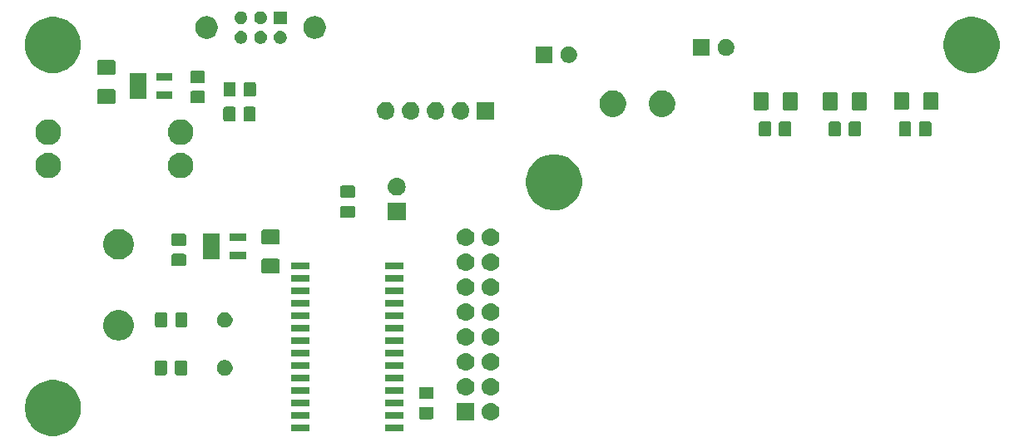
<source format=gbr>
G04 #@! TF.GenerationSoftware,KiCad,Pcbnew,(5.1.2)-1*
G04 #@! TF.CreationDate,2021-12-05T16:13:35-08:00*
G04 #@! TF.ProjectId,telemetry_transmitter,74656c65-6d65-4747-9279-5f7472616e73,rev?*
G04 #@! TF.SameCoordinates,Original*
G04 #@! TF.FileFunction,Soldermask,Top*
G04 #@! TF.FilePolarity,Negative*
%FSLAX46Y46*%
G04 Gerber Fmt 4.6, Leading zero omitted, Abs format (unit mm)*
G04 Created by KiCad (PCBNEW (5.1.2)-1) date 2021-12-05 16:13:35*
%MOMM*%
%LPD*%
G04 APERTURE LIST*
%ADD10C,0.100000*%
G04 APERTURE END LIST*
D10*
G36*
X114304428Y-105153700D02*
G01*
X114831606Y-105258562D01*
X115350455Y-105473476D01*
X115817407Y-105785484D01*
X116214516Y-106182593D01*
X116526524Y-106649545D01*
X116741438Y-107168394D01*
X116796219Y-107443798D01*
X116851000Y-107719200D01*
X116851000Y-108280800D01*
X116801775Y-108528272D01*
X116741438Y-108831606D01*
X116526524Y-109350455D01*
X116288154Y-109707200D01*
X116214517Y-109817406D01*
X115817406Y-110214517D01*
X115724524Y-110276579D01*
X115350455Y-110526524D01*
X114831606Y-110741438D01*
X114556202Y-110796219D01*
X114280800Y-110851000D01*
X113719200Y-110851000D01*
X113443798Y-110796219D01*
X113168394Y-110741438D01*
X112649545Y-110526524D01*
X112275476Y-110276579D01*
X112182594Y-110214517D01*
X111785483Y-109817406D01*
X111711846Y-109707200D01*
X111473476Y-109350455D01*
X111258562Y-108831606D01*
X111198225Y-108528272D01*
X111149000Y-108280800D01*
X111149000Y-107719200D01*
X111203781Y-107443798D01*
X111258562Y-107168394D01*
X111473476Y-106649545D01*
X111785484Y-106182593D01*
X112182593Y-105785484D01*
X112649545Y-105473476D01*
X113168394Y-105258562D01*
X113695572Y-105153700D01*
X113719200Y-105149000D01*
X114280800Y-105149000D01*
X114304428Y-105153700D01*
X114304428Y-105153700D01*
G37*
G36*
X149628648Y-109709964D02*
G01*
X149649729Y-109716360D01*
X149669165Y-109726748D01*
X149686196Y-109740724D01*
X149700172Y-109757755D01*
X149710560Y-109777191D01*
X149716956Y-109798272D01*
X149719720Y-109826340D01*
X149719720Y-110290060D01*
X149716956Y-110318128D01*
X149710560Y-110339209D01*
X149700172Y-110358645D01*
X149686196Y-110375676D01*
X149669165Y-110389652D01*
X149649729Y-110400040D01*
X149628648Y-110406436D01*
X149600580Y-110409200D01*
X147936860Y-110409200D01*
X147908792Y-110406436D01*
X147887711Y-110400040D01*
X147868275Y-110389652D01*
X147851244Y-110375676D01*
X147837268Y-110358645D01*
X147826880Y-110339209D01*
X147820484Y-110318128D01*
X147817720Y-110290060D01*
X147817720Y-109826340D01*
X147820484Y-109798272D01*
X147826880Y-109777191D01*
X147837268Y-109757755D01*
X147851244Y-109740724D01*
X147868275Y-109726748D01*
X147887711Y-109716360D01*
X147908792Y-109709964D01*
X147936860Y-109707200D01*
X149600580Y-109707200D01*
X149628648Y-109709964D01*
X149628648Y-109709964D01*
G37*
G36*
X140028648Y-109709964D02*
G01*
X140049729Y-109716360D01*
X140069165Y-109726748D01*
X140086196Y-109740724D01*
X140100172Y-109757755D01*
X140110560Y-109777191D01*
X140116956Y-109798272D01*
X140119720Y-109826340D01*
X140119720Y-110290060D01*
X140116956Y-110318128D01*
X140110560Y-110339209D01*
X140100172Y-110358645D01*
X140086196Y-110375676D01*
X140069165Y-110389652D01*
X140049729Y-110400040D01*
X140028648Y-110406436D01*
X140000580Y-110409200D01*
X138336860Y-110409200D01*
X138308792Y-110406436D01*
X138287711Y-110400040D01*
X138268275Y-110389652D01*
X138251244Y-110375676D01*
X138237268Y-110358645D01*
X138226880Y-110339209D01*
X138220484Y-110318128D01*
X138217720Y-110290060D01*
X138217720Y-109826340D01*
X138220484Y-109798272D01*
X138226880Y-109777191D01*
X138237268Y-109757755D01*
X138251244Y-109740724D01*
X138268275Y-109726748D01*
X138287711Y-109716360D01*
X138308792Y-109709964D01*
X138336860Y-109707200D01*
X140000580Y-109707200D01*
X140028648Y-109709964D01*
X140028648Y-109709964D01*
G37*
G36*
X158650442Y-107487318D02*
G01*
X158716627Y-107493837D01*
X158886466Y-107545357D01*
X159042991Y-107629022D01*
X159078729Y-107658352D01*
X159180186Y-107741614D01*
X159260619Y-107839623D01*
X159292778Y-107878809D01*
X159376443Y-108035334D01*
X159427963Y-108205173D01*
X159445359Y-108381800D01*
X159427963Y-108558427D01*
X159376443Y-108728266D01*
X159292778Y-108884791D01*
X159263448Y-108920529D01*
X159180186Y-109021986D01*
X159095423Y-109091548D01*
X159042991Y-109134578D01*
X158886466Y-109218243D01*
X158716627Y-109269763D01*
X158650442Y-109276282D01*
X158584260Y-109282800D01*
X158495740Y-109282800D01*
X158429558Y-109276282D01*
X158363373Y-109269763D01*
X158193534Y-109218243D01*
X158037009Y-109134578D01*
X157984577Y-109091548D01*
X157899814Y-109021986D01*
X157816552Y-108920529D01*
X157787222Y-108884791D01*
X157703557Y-108728266D01*
X157652037Y-108558427D01*
X157634641Y-108381800D01*
X157652037Y-108205173D01*
X157703557Y-108035334D01*
X157787222Y-107878809D01*
X157819381Y-107839623D01*
X157899814Y-107741614D01*
X158001271Y-107658352D01*
X158037009Y-107629022D01*
X158193534Y-107545357D01*
X158363373Y-107493837D01*
X158429558Y-107487318D01*
X158495740Y-107480800D01*
X158584260Y-107480800D01*
X158650442Y-107487318D01*
X158650442Y-107487318D01*
G37*
G36*
X156901000Y-109282800D02*
G01*
X155099000Y-109282800D01*
X155099000Y-107480800D01*
X156901000Y-107480800D01*
X156901000Y-109282800D01*
X156901000Y-109282800D01*
G37*
G36*
X152588674Y-107903465D02*
G01*
X152626367Y-107914899D01*
X152661103Y-107933466D01*
X152691548Y-107958452D01*
X152716534Y-107988897D01*
X152735101Y-108023633D01*
X152746535Y-108061326D01*
X152751000Y-108106661D01*
X152751000Y-108943339D01*
X152746535Y-108988674D01*
X152735101Y-109026367D01*
X152716534Y-109061103D01*
X152691548Y-109091548D01*
X152661103Y-109116534D01*
X152626367Y-109135101D01*
X152588674Y-109146535D01*
X152543339Y-109151000D01*
X151456661Y-109151000D01*
X151411326Y-109146535D01*
X151373633Y-109135101D01*
X151338897Y-109116534D01*
X151308452Y-109091548D01*
X151283466Y-109061103D01*
X151264899Y-109026367D01*
X151253465Y-108988674D01*
X151249000Y-108943339D01*
X151249000Y-108106661D01*
X151253465Y-108061326D01*
X151264899Y-108023633D01*
X151283466Y-107988897D01*
X151308452Y-107958452D01*
X151338897Y-107933466D01*
X151373633Y-107914899D01*
X151411326Y-107903465D01*
X151456661Y-107899000D01*
X152543339Y-107899000D01*
X152588674Y-107903465D01*
X152588674Y-107903465D01*
G37*
G36*
X140028648Y-108439964D02*
G01*
X140049729Y-108446360D01*
X140069165Y-108456748D01*
X140086196Y-108470724D01*
X140100172Y-108487755D01*
X140110560Y-108507191D01*
X140116956Y-108528272D01*
X140119720Y-108556340D01*
X140119720Y-109020060D01*
X140116956Y-109048128D01*
X140110560Y-109069209D01*
X140100172Y-109088645D01*
X140086196Y-109105676D01*
X140069165Y-109119652D01*
X140049729Y-109130040D01*
X140028648Y-109136436D01*
X140000580Y-109139200D01*
X138336860Y-109139200D01*
X138308792Y-109136436D01*
X138287711Y-109130040D01*
X138268275Y-109119652D01*
X138251244Y-109105676D01*
X138237268Y-109088645D01*
X138226880Y-109069209D01*
X138220484Y-109048128D01*
X138217720Y-109020060D01*
X138217720Y-108556340D01*
X138220484Y-108528272D01*
X138226880Y-108507191D01*
X138237268Y-108487755D01*
X138251244Y-108470724D01*
X138268275Y-108456748D01*
X138287711Y-108446360D01*
X138308792Y-108439964D01*
X138336860Y-108437200D01*
X140000580Y-108437200D01*
X140028648Y-108439964D01*
X140028648Y-108439964D01*
G37*
G36*
X149628648Y-108439964D02*
G01*
X149649729Y-108446360D01*
X149669165Y-108456748D01*
X149686196Y-108470724D01*
X149700172Y-108487755D01*
X149710560Y-108507191D01*
X149716956Y-108528272D01*
X149719720Y-108556340D01*
X149719720Y-109020060D01*
X149716956Y-109048128D01*
X149710560Y-109069209D01*
X149700172Y-109088645D01*
X149686196Y-109105676D01*
X149669165Y-109119652D01*
X149649729Y-109130040D01*
X149628648Y-109136436D01*
X149600580Y-109139200D01*
X147936860Y-109139200D01*
X147908792Y-109136436D01*
X147887711Y-109130040D01*
X147868275Y-109119652D01*
X147851244Y-109105676D01*
X147837268Y-109088645D01*
X147826880Y-109069209D01*
X147820484Y-109048128D01*
X147817720Y-109020060D01*
X147817720Y-108556340D01*
X147820484Y-108528272D01*
X147826880Y-108507191D01*
X147837268Y-108487755D01*
X147851244Y-108470724D01*
X147868275Y-108456748D01*
X147887711Y-108446360D01*
X147908792Y-108439964D01*
X147936860Y-108437200D01*
X149600580Y-108437200D01*
X149628648Y-108439964D01*
X149628648Y-108439964D01*
G37*
G36*
X140028648Y-107169964D02*
G01*
X140049729Y-107176360D01*
X140069165Y-107186748D01*
X140086196Y-107200724D01*
X140100172Y-107217755D01*
X140110560Y-107237191D01*
X140116956Y-107258272D01*
X140119720Y-107286340D01*
X140119720Y-107750060D01*
X140116956Y-107778128D01*
X140110560Y-107799209D01*
X140100172Y-107818645D01*
X140086196Y-107835676D01*
X140069165Y-107849652D01*
X140049729Y-107860040D01*
X140028648Y-107866436D01*
X140000580Y-107869200D01*
X138336860Y-107869200D01*
X138308792Y-107866436D01*
X138287711Y-107860040D01*
X138268275Y-107849652D01*
X138251244Y-107835676D01*
X138237268Y-107818645D01*
X138226880Y-107799209D01*
X138220484Y-107778128D01*
X138217720Y-107750060D01*
X138217720Y-107286340D01*
X138220484Y-107258272D01*
X138226880Y-107237191D01*
X138237268Y-107217755D01*
X138251244Y-107200724D01*
X138268275Y-107186748D01*
X138287711Y-107176360D01*
X138308792Y-107169964D01*
X138336860Y-107167200D01*
X140000580Y-107167200D01*
X140028648Y-107169964D01*
X140028648Y-107169964D01*
G37*
G36*
X149628648Y-107169964D02*
G01*
X149649729Y-107176360D01*
X149669165Y-107186748D01*
X149686196Y-107200724D01*
X149700172Y-107217755D01*
X149710560Y-107237191D01*
X149716956Y-107258272D01*
X149719720Y-107286340D01*
X149719720Y-107750060D01*
X149716956Y-107778128D01*
X149710560Y-107799209D01*
X149700172Y-107818645D01*
X149686196Y-107835676D01*
X149669165Y-107849652D01*
X149649729Y-107860040D01*
X149628648Y-107866436D01*
X149600580Y-107869200D01*
X147936860Y-107869200D01*
X147908792Y-107866436D01*
X147887711Y-107860040D01*
X147868275Y-107849652D01*
X147851244Y-107835676D01*
X147837268Y-107818645D01*
X147826880Y-107799209D01*
X147820484Y-107778128D01*
X147817720Y-107750060D01*
X147817720Y-107286340D01*
X147820484Y-107258272D01*
X147826880Y-107237191D01*
X147837268Y-107217755D01*
X147851244Y-107200724D01*
X147868275Y-107186748D01*
X147887711Y-107176360D01*
X147908792Y-107169964D01*
X147936860Y-107167200D01*
X149600580Y-107167200D01*
X149628648Y-107169964D01*
X149628648Y-107169964D01*
G37*
G36*
X152588674Y-105853465D02*
G01*
X152626367Y-105864899D01*
X152661103Y-105883466D01*
X152691548Y-105908452D01*
X152716534Y-105938897D01*
X152735101Y-105973633D01*
X152746535Y-106011326D01*
X152751000Y-106056661D01*
X152751000Y-106893339D01*
X152746535Y-106938674D01*
X152735101Y-106976367D01*
X152716534Y-107011103D01*
X152691548Y-107041548D01*
X152661103Y-107066534D01*
X152626367Y-107085101D01*
X152588674Y-107096535D01*
X152543339Y-107101000D01*
X151456661Y-107101000D01*
X151411326Y-107096535D01*
X151373633Y-107085101D01*
X151338897Y-107066534D01*
X151308452Y-107041548D01*
X151283466Y-107011103D01*
X151264899Y-106976367D01*
X151253465Y-106938674D01*
X151249000Y-106893339D01*
X151249000Y-106056661D01*
X151253465Y-106011326D01*
X151264899Y-105973633D01*
X151283466Y-105938897D01*
X151308452Y-105908452D01*
X151338897Y-105883466D01*
X151373633Y-105864899D01*
X151411326Y-105853465D01*
X151456661Y-105849000D01*
X152543339Y-105849000D01*
X152588674Y-105853465D01*
X152588674Y-105853465D01*
G37*
G36*
X156110442Y-104947318D02*
G01*
X156176627Y-104953837D01*
X156346466Y-105005357D01*
X156502991Y-105089022D01*
X156538729Y-105118352D01*
X156640186Y-105201614D01*
X156720619Y-105299623D01*
X156752778Y-105338809D01*
X156836443Y-105495334D01*
X156887963Y-105665173D01*
X156905359Y-105841800D01*
X156887963Y-106018427D01*
X156836443Y-106188266D01*
X156752778Y-106344791D01*
X156723448Y-106380529D01*
X156640186Y-106481986D01*
X156538729Y-106565248D01*
X156502991Y-106594578D01*
X156346466Y-106678243D01*
X156176627Y-106729763D01*
X156110442Y-106736282D01*
X156044260Y-106742800D01*
X155955740Y-106742800D01*
X155889558Y-106736282D01*
X155823373Y-106729763D01*
X155653534Y-106678243D01*
X155497009Y-106594578D01*
X155461271Y-106565248D01*
X155359814Y-106481986D01*
X155276552Y-106380529D01*
X155247222Y-106344791D01*
X155163557Y-106188266D01*
X155112037Y-106018427D01*
X155094641Y-105841800D01*
X155112037Y-105665173D01*
X155163557Y-105495334D01*
X155247222Y-105338809D01*
X155279381Y-105299623D01*
X155359814Y-105201614D01*
X155461271Y-105118352D01*
X155497009Y-105089022D01*
X155653534Y-105005357D01*
X155823373Y-104953837D01*
X155889558Y-104947318D01*
X155955740Y-104940800D01*
X156044260Y-104940800D01*
X156110442Y-104947318D01*
X156110442Y-104947318D01*
G37*
G36*
X158650442Y-104947318D02*
G01*
X158716627Y-104953837D01*
X158886466Y-105005357D01*
X159042991Y-105089022D01*
X159078729Y-105118352D01*
X159180186Y-105201614D01*
X159260619Y-105299623D01*
X159292778Y-105338809D01*
X159376443Y-105495334D01*
X159427963Y-105665173D01*
X159445359Y-105841800D01*
X159427963Y-106018427D01*
X159376443Y-106188266D01*
X159292778Y-106344791D01*
X159263448Y-106380529D01*
X159180186Y-106481986D01*
X159078729Y-106565248D01*
X159042991Y-106594578D01*
X158886466Y-106678243D01*
X158716627Y-106729763D01*
X158650442Y-106736282D01*
X158584260Y-106742800D01*
X158495740Y-106742800D01*
X158429558Y-106736282D01*
X158363373Y-106729763D01*
X158193534Y-106678243D01*
X158037009Y-106594578D01*
X158001271Y-106565248D01*
X157899814Y-106481986D01*
X157816552Y-106380529D01*
X157787222Y-106344791D01*
X157703557Y-106188266D01*
X157652037Y-106018427D01*
X157634641Y-105841800D01*
X157652037Y-105665173D01*
X157703557Y-105495334D01*
X157787222Y-105338809D01*
X157819381Y-105299623D01*
X157899814Y-105201614D01*
X158001271Y-105118352D01*
X158037009Y-105089022D01*
X158193534Y-105005357D01*
X158363373Y-104953837D01*
X158429558Y-104947318D01*
X158495740Y-104940800D01*
X158584260Y-104940800D01*
X158650442Y-104947318D01*
X158650442Y-104947318D01*
G37*
G36*
X149628648Y-105899964D02*
G01*
X149649729Y-105906360D01*
X149669165Y-105916748D01*
X149686196Y-105930724D01*
X149700172Y-105947755D01*
X149710560Y-105967191D01*
X149716956Y-105988272D01*
X149719720Y-106016340D01*
X149719720Y-106480060D01*
X149716956Y-106508128D01*
X149710560Y-106529209D01*
X149700172Y-106548645D01*
X149686196Y-106565676D01*
X149669165Y-106579652D01*
X149649729Y-106590040D01*
X149628648Y-106596436D01*
X149600580Y-106599200D01*
X147936860Y-106599200D01*
X147908792Y-106596436D01*
X147887711Y-106590040D01*
X147868275Y-106579652D01*
X147851244Y-106565676D01*
X147837268Y-106548645D01*
X147826880Y-106529209D01*
X147820484Y-106508128D01*
X147817720Y-106480060D01*
X147817720Y-106016340D01*
X147820484Y-105988272D01*
X147826880Y-105967191D01*
X147837268Y-105947755D01*
X147851244Y-105930724D01*
X147868275Y-105916748D01*
X147887711Y-105906360D01*
X147908792Y-105899964D01*
X147936860Y-105897200D01*
X149600580Y-105897200D01*
X149628648Y-105899964D01*
X149628648Y-105899964D01*
G37*
G36*
X140028648Y-105899964D02*
G01*
X140049729Y-105906360D01*
X140069165Y-105916748D01*
X140086196Y-105930724D01*
X140100172Y-105947755D01*
X140110560Y-105967191D01*
X140116956Y-105988272D01*
X140119720Y-106016340D01*
X140119720Y-106480060D01*
X140116956Y-106508128D01*
X140110560Y-106529209D01*
X140100172Y-106548645D01*
X140086196Y-106565676D01*
X140069165Y-106579652D01*
X140049729Y-106590040D01*
X140028648Y-106596436D01*
X140000580Y-106599200D01*
X138336860Y-106599200D01*
X138308792Y-106596436D01*
X138287711Y-106590040D01*
X138268275Y-106579652D01*
X138251244Y-106565676D01*
X138237268Y-106548645D01*
X138226880Y-106529209D01*
X138220484Y-106508128D01*
X138217720Y-106480060D01*
X138217720Y-106016340D01*
X138220484Y-105988272D01*
X138226880Y-105967191D01*
X138237268Y-105947755D01*
X138251244Y-105930724D01*
X138268275Y-105916748D01*
X138287711Y-105906360D01*
X138308792Y-105899964D01*
X138336860Y-105897200D01*
X140000580Y-105897200D01*
X140028648Y-105899964D01*
X140028648Y-105899964D01*
G37*
G36*
X140028648Y-104629964D02*
G01*
X140049729Y-104636360D01*
X140069165Y-104646748D01*
X140086196Y-104660724D01*
X140100172Y-104677755D01*
X140110560Y-104697191D01*
X140116956Y-104718272D01*
X140119720Y-104746340D01*
X140119720Y-105210060D01*
X140116956Y-105238128D01*
X140110560Y-105259209D01*
X140100172Y-105278645D01*
X140086196Y-105295676D01*
X140069165Y-105309652D01*
X140049729Y-105320040D01*
X140028648Y-105326436D01*
X140000580Y-105329200D01*
X138336860Y-105329200D01*
X138308792Y-105326436D01*
X138287711Y-105320040D01*
X138268275Y-105309652D01*
X138251244Y-105295676D01*
X138237268Y-105278645D01*
X138226880Y-105259209D01*
X138220484Y-105238128D01*
X138217720Y-105210060D01*
X138217720Y-104746340D01*
X138220484Y-104718272D01*
X138226880Y-104697191D01*
X138237268Y-104677755D01*
X138251244Y-104660724D01*
X138268275Y-104646748D01*
X138287711Y-104636360D01*
X138308792Y-104629964D01*
X138336860Y-104627200D01*
X140000580Y-104627200D01*
X140028648Y-104629964D01*
X140028648Y-104629964D01*
G37*
G36*
X149628648Y-104629964D02*
G01*
X149649729Y-104636360D01*
X149669165Y-104646748D01*
X149686196Y-104660724D01*
X149700172Y-104677755D01*
X149710560Y-104697191D01*
X149716956Y-104718272D01*
X149719720Y-104746340D01*
X149719720Y-105210060D01*
X149716956Y-105238128D01*
X149710560Y-105259209D01*
X149700172Y-105278645D01*
X149686196Y-105295676D01*
X149669165Y-105309652D01*
X149649729Y-105320040D01*
X149628648Y-105326436D01*
X149600580Y-105329200D01*
X147936860Y-105329200D01*
X147908792Y-105326436D01*
X147887711Y-105320040D01*
X147868275Y-105309652D01*
X147851244Y-105295676D01*
X147837268Y-105278645D01*
X147826880Y-105259209D01*
X147820484Y-105238128D01*
X147817720Y-105210060D01*
X147817720Y-104746340D01*
X147820484Y-104718272D01*
X147826880Y-104697191D01*
X147837268Y-104677755D01*
X147851244Y-104660724D01*
X147868275Y-104646748D01*
X147887711Y-104636360D01*
X147908792Y-104629964D01*
X147936860Y-104627200D01*
X149600580Y-104627200D01*
X149628648Y-104629964D01*
X149628648Y-104629964D01*
G37*
G36*
X131714202Y-103144381D02*
G01*
X131848347Y-103199946D01*
X131859976Y-103204763D01*
X131991168Y-103292422D01*
X132102738Y-103403992D01*
X132143862Y-103465539D01*
X132190398Y-103535186D01*
X132250779Y-103680958D01*
X132281560Y-103835707D01*
X132281560Y-103993493D01*
X132250779Y-104148242D01*
X132233580Y-104189763D01*
X132190397Y-104294016D01*
X132102738Y-104425208D01*
X131991168Y-104536778D01*
X131859976Y-104624437D01*
X131859975Y-104624438D01*
X131859974Y-104624438D01*
X131714202Y-104684819D01*
X131559453Y-104715600D01*
X131401667Y-104715600D01*
X131246918Y-104684819D01*
X131101146Y-104624438D01*
X131101145Y-104624438D01*
X131101144Y-104624437D01*
X130969952Y-104536778D01*
X130858382Y-104425208D01*
X130770723Y-104294016D01*
X130727540Y-104189763D01*
X130710341Y-104148242D01*
X130679560Y-103993493D01*
X130679560Y-103835707D01*
X130710341Y-103680958D01*
X130770722Y-103535186D01*
X130817258Y-103465539D01*
X130858382Y-103403992D01*
X130969952Y-103292422D01*
X131101144Y-103204763D01*
X131112773Y-103199946D01*
X131246918Y-103144381D01*
X131401667Y-103113600D01*
X131559453Y-103113600D01*
X131714202Y-103144381D01*
X131714202Y-103144381D01*
G37*
G36*
X127503154Y-103169945D02*
G01*
X127540847Y-103181379D01*
X127575583Y-103199946D01*
X127606028Y-103224932D01*
X127631014Y-103255377D01*
X127649581Y-103290113D01*
X127661015Y-103327806D01*
X127665480Y-103373141D01*
X127665480Y-104459819D01*
X127661015Y-104505154D01*
X127649581Y-104542847D01*
X127631014Y-104577583D01*
X127606028Y-104608028D01*
X127575583Y-104633014D01*
X127540847Y-104651581D01*
X127503154Y-104663015D01*
X127457819Y-104667480D01*
X126621141Y-104667480D01*
X126575806Y-104663015D01*
X126538113Y-104651581D01*
X126503377Y-104633014D01*
X126472932Y-104608028D01*
X126447946Y-104577583D01*
X126429379Y-104542847D01*
X126417945Y-104505154D01*
X126413480Y-104459819D01*
X126413480Y-103373141D01*
X126417945Y-103327806D01*
X126429379Y-103290113D01*
X126447946Y-103255377D01*
X126472932Y-103224932D01*
X126503377Y-103199946D01*
X126538113Y-103181379D01*
X126575806Y-103169945D01*
X126621141Y-103165480D01*
X127457819Y-103165480D01*
X127503154Y-103169945D01*
X127503154Y-103169945D01*
G37*
G36*
X125453154Y-103169945D02*
G01*
X125490847Y-103181379D01*
X125525583Y-103199946D01*
X125556028Y-103224932D01*
X125581014Y-103255377D01*
X125599581Y-103290113D01*
X125611015Y-103327806D01*
X125615480Y-103373141D01*
X125615480Y-104459819D01*
X125611015Y-104505154D01*
X125599581Y-104542847D01*
X125581014Y-104577583D01*
X125556028Y-104608028D01*
X125525583Y-104633014D01*
X125490847Y-104651581D01*
X125453154Y-104663015D01*
X125407819Y-104667480D01*
X124571141Y-104667480D01*
X124525806Y-104663015D01*
X124488113Y-104651581D01*
X124453377Y-104633014D01*
X124422932Y-104608028D01*
X124397946Y-104577583D01*
X124379379Y-104542847D01*
X124367945Y-104505154D01*
X124363480Y-104459819D01*
X124363480Y-103373141D01*
X124367945Y-103327806D01*
X124379379Y-103290113D01*
X124397946Y-103255377D01*
X124422932Y-103224932D01*
X124453377Y-103199946D01*
X124488113Y-103181379D01*
X124525806Y-103169945D01*
X124571141Y-103165480D01*
X125407819Y-103165480D01*
X125453154Y-103169945D01*
X125453154Y-103169945D01*
G37*
G36*
X158650442Y-102407318D02*
G01*
X158716627Y-102413837D01*
X158886466Y-102465357D01*
X159042991Y-102549022D01*
X159078729Y-102578352D01*
X159180186Y-102661614D01*
X159260619Y-102759623D01*
X159292778Y-102798809D01*
X159376443Y-102955334D01*
X159427963Y-103125173D01*
X159445359Y-103301800D01*
X159427963Y-103478427D01*
X159376443Y-103648266D01*
X159292778Y-103804791D01*
X159267406Y-103835707D01*
X159180186Y-103941986D01*
X159078729Y-104025248D01*
X159042991Y-104054578D01*
X158886466Y-104138243D01*
X158716627Y-104189763D01*
X158650443Y-104196281D01*
X158584260Y-104202800D01*
X158495740Y-104202800D01*
X158429558Y-104196282D01*
X158363373Y-104189763D01*
X158193534Y-104138243D01*
X158037009Y-104054578D01*
X158001271Y-104025248D01*
X157899814Y-103941986D01*
X157812594Y-103835707D01*
X157787222Y-103804791D01*
X157703557Y-103648266D01*
X157652037Y-103478427D01*
X157634641Y-103301800D01*
X157652037Y-103125173D01*
X157703557Y-102955334D01*
X157787222Y-102798809D01*
X157819381Y-102759623D01*
X157899814Y-102661614D01*
X158001271Y-102578352D01*
X158037009Y-102549022D01*
X158193534Y-102465357D01*
X158363373Y-102413837D01*
X158429558Y-102407318D01*
X158495740Y-102400800D01*
X158584260Y-102400800D01*
X158650442Y-102407318D01*
X158650442Y-102407318D01*
G37*
G36*
X156110442Y-102407318D02*
G01*
X156176627Y-102413837D01*
X156346466Y-102465357D01*
X156502991Y-102549022D01*
X156538729Y-102578352D01*
X156640186Y-102661614D01*
X156720619Y-102759623D01*
X156752778Y-102798809D01*
X156836443Y-102955334D01*
X156887963Y-103125173D01*
X156905359Y-103301800D01*
X156887963Y-103478427D01*
X156836443Y-103648266D01*
X156752778Y-103804791D01*
X156727406Y-103835707D01*
X156640186Y-103941986D01*
X156538729Y-104025248D01*
X156502991Y-104054578D01*
X156346466Y-104138243D01*
X156176627Y-104189763D01*
X156110443Y-104196281D01*
X156044260Y-104202800D01*
X155955740Y-104202800D01*
X155889558Y-104196282D01*
X155823373Y-104189763D01*
X155653534Y-104138243D01*
X155497009Y-104054578D01*
X155461271Y-104025248D01*
X155359814Y-103941986D01*
X155272594Y-103835707D01*
X155247222Y-103804791D01*
X155163557Y-103648266D01*
X155112037Y-103478427D01*
X155094641Y-103301800D01*
X155112037Y-103125173D01*
X155163557Y-102955334D01*
X155247222Y-102798809D01*
X155279381Y-102759623D01*
X155359814Y-102661614D01*
X155461271Y-102578352D01*
X155497009Y-102549022D01*
X155653534Y-102465357D01*
X155823373Y-102413837D01*
X155889558Y-102407318D01*
X155955740Y-102400800D01*
X156044260Y-102400800D01*
X156110442Y-102407318D01*
X156110442Y-102407318D01*
G37*
G36*
X140028648Y-103359964D02*
G01*
X140049729Y-103366360D01*
X140069165Y-103376748D01*
X140086196Y-103390724D01*
X140100172Y-103407755D01*
X140110560Y-103427191D01*
X140116956Y-103448272D01*
X140119720Y-103476340D01*
X140119720Y-103940060D01*
X140116956Y-103968128D01*
X140110560Y-103989209D01*
X140100172Y-104008645D01*
X140086196Y-104025676D01*
X140069165Y-104039652D01*
X140049729Y-104050040D01*
X140028648Y-104056436D01*
X140000580Y-104059200D01*
X138336860Y-104059200D01*
X138308792Y-104056436D01*
X138287711Y-104050040D01*
X138268275Y-104039652D01*
X138251244Y-104025676D01*
X138237268Y-104008645D01*
X138226880Y-103989209D01*
X138220484Y-103968128D01*
X138217720Y-103940060D01*
X138217720Y-103476340D01*
X138220484Y-103448272D01*
X138226880Y-103427191D01*
X138237268Y-103407755D01*
X138251244Y-103390724D01*
X138268275Y-103376748D01*
X138287711Y-103366360D01*
X138308792Y-103359964D01*
X138336860Y-103357200D01*
X140000580Y-103357200D01*
X140028648Y-103359964D01*
X140028648Y-103359964D01*
G37*
G36*
X149628648Y-103359964D02*
G01*
X149649729Y-103366360D01*
X149669165Y-103376748D01*
X149686196Y-103390724D01*
X149700172Y-103407755D01*
X149710560Y-103427191D01*
X149716956Y-103448272D01*
X149719720Y-103476340D01*
X149719720Y-103940060D01*
X149716956Y-103968128D01*
X149710560Y-103989209D01*
X149700172Y-104008645D01*
X149686196Y-104025676D01*
X149669165Y-104039652D01*
X149649729Y-104050040D01*
X149628648Y-104056436D01*
X149600580Y-104059200D01*
X147936860Y-104059200D01*
X147908792Y-104056436D01*
X147887711Y-104050040D01*
X147868275Y-104039652D01*
X147851244Y-104025676D01*
X147837268Y-104008645D01*
X147826880Y-103989209D01*
X147820484Y-103968128D01*
X147817720Y-103940060D01*
X147817720Y-103476340D01*
X147820484Y-103448272D01*
X147826880Y-103427191D01*
X147837268Y-103407755D01*
X147851244Y-103390724D01*
X147868275Y-103376748D01*
X147887711Y-103366360D01*
X147908792Y-103359964D01*
X147936860Y-103357200D01*
X149600580Y-103357200D01*
X149628648Y-103359964D01*
X149628648Y-103359964D01*
G37*
G36*
X140028648Y-102089964D02*
G01*
X140049729Y-102096360D01*
X140069165Y-102106748D01*
X140086196Y-102120724D01*
X140100172Y-102137755D01*
X140110560Y-102157191D01*
X140116956Y-102178272D01*
X140119720Y-102206340D01*
X140119720Y-102670060D01*
X140116956Y-102698128D01*
X140110560Y-102719209D01*
X140100172Y-102738645D01*
X140086196Y-102755676D01*
X140069165Y-102769652D01*
X140049729Y-102780040D01*
X140028648Y-102786436D01*
X140000580Y-102789200D01*
X138336860Y-102789200D01*
X138308792Y-102786436D01*
X138287711Y-102780040D01*
X138268275Y-102769652D01*
X138251244Y-102755676D01*
X138237268Y-102738645D01*
X138226880Y-102719209D01*
X138220484Y-102698128D01*
X138217720Y-102670060D01*
X138217720Y-102206340D01*
X138220484Y-102178272D01*
X138226880Y-102157191D01*
X138237268Y-102137755D01*
X138251244Y-102120724D01*
X138268275Y-102106748D01*
X138287711Y-102096360D01*
X138308792Y-102089964D01*
X138336860Y-102087200D01*
X140000580Y-102087200D01*
X140028648Y-102089964D01*
X140028648Y-102089964D01*
G37*
G36*
X149628648Y-102089964D02*
G01*
X149649729Y-102096360D01*
X149669165Y-102106748D01*
X149686196Y-102120724D01*
X149700172Y-102137755D01*
X149710560Y-102157191D01*
X149716956Y-102178272D01*
X149719720Y-102206340D01*
X149719720Y-102670060D01*
X149716956Y-102698128D01*
X149710560Y-102719209D01*
X149700172Y-102738645D01*
X149686196Y-102755676D01*
X149669165Y-102769652D01*
X149649729Y-102780040D01*
X149628648Y-102786436D01*
X149600580Y-102789200D01*
X147936860Y-102789200D01*
X147908792Y-102786436D01*
X147887711Y-102780040D01*
X147868275Y-102769652D01*
X147851244Y-102755676D01*
X147837268Y-102738645D01*
X147826880Y-102719209D01*
X147820484Y-102698128D01*
X147817720Y-102670060D01*
X147817720Y-102206340D01*
X147820484Y-102178272D01*
X147826880Y-102157191D01*
X147837268Y-102137755D01*
X147851244Y-102120724D01*
X147868275Y-102106748D01*
X147887711Y-102096360D01*
X147908792Y-102089964D01*
X147936860Y-102087200D01*
X149600580Y-102087200D01*
X149628648Y-102089964D01*
X149628648Y-102089964D01*
G37*
G36*
X156110442Y-99867318D02*
G01*
X156176627Y-99873837D01*
X156346466Y-99925357D01*
X156502991Y-100009022D01*
X156529246Y-100030569D01*
X156640186Y-100121614D01*
X156720619Y-100219623D01*
X156752778Y-100258809D01*
X156836443Y-100415334D01*
X156887963Y-100585173D01*
X156905359Y-100761800D01*
X156887963Y-100938427D01*
X156836443Y-101108266D01*
X156752778Y-101264791D01*
X156723448Y-101300529D01*
X156640186Y-101401986D01*
X156538729Y-101485248D01*
X156502991Y-101514578D01*
X156346466Y-101598243D01*
X156176627Y-101649763D01*
X156110442Y-101656282D01*
X156044260Y-101662800D01*
X155955740Y-101662800D01*
X155889558Y-101656282D01*
X155823373Y-101649763D01*
X155653534Y-101598243D01*
X155497009Y-101514578D01*
X155461271Y-101485248D01*
X155359814Y-101401986D01*
X155276552Y-101300529D01*
X155247222Y-101264791D01*
X155163557Y-101108266D01*
X155112037Y-100938427D01*
X155094641Y-100761800D01*
X155112037Y-100585173D01*
X155163557Y-100415334D01*
X155247222Y-100258809D01*
X155279381Y-100219623D01*
X155359814Y-100121614D01*
X155470754Y-100030569D01*
X155497009Y-100009022D01*
X155653534Y-99925357D01*
X155823373Y-99873837D01*
X155889558Y-99867318D01*
X155955740Y-99860800D01*
X156044260Y-99860800D01*
X156110442Y-99867318D01*
X156110442Y-99867318D01*
G37*
G36*
X158650442Y-99867318D02*
G01*
X158716627Y-99873837D01*
X158886466Y-99925357D01*
X159042991Y-100009022D01*
X159069246Y-100030569D01*
X159180186Y-100121614D01*
X159260619Y-100219623D01*
X159292778Y-100258809D01*
X159376443Y-100415334D01*
X159427963Y-100585173D01*
X159445359Y-100761800D01*
X159427963Y-100938427D01*
X159376443Y-101108266D01*
X159292778Y-101264791D01*
X159263448Y-101300529D01*
X159180186Y-101401986D01*
X159078729Y-101485248D01*
X159042991Y-101514578D01*
X158886466Y-101598243D01*
X158716627Y-101649763D01*
X158650442Y-101656282D01*
X158584260Y-101662800D01*
X158495740Y-101662800D01*
X158429558Y-101656282D01*
X158363373Y-101649763D01*
X158193534Y-101598243D01*
X158037009Y-101514578D01*
X158001271Y-101485248D01*
X157899814Y-101401986D01*
X157816552Y-101300529D01*
X157787222Y-101264791D01*
X157703557Y-101108266D01*
X157652037Y-100938427D01*
X157634641Y-100761800D01*
X157652037Y-100585173D01*
X157703557Y-100415334D01*
X157787222Y-100258809D01*
X157819381Y-100219623D01*
X157899814Y-100121614D01*
X158010754Y-100030569D01*
X158037009Y-100009022D01*
X158193534Y-99925357D01*
X158363373Y-99873837D01*
X158429558Y-99867318D01*
X158495740Y-99860800D01*
X158584260Y-99860800D01*
X158650442Y-99867318D01*
X158650442Y-99867318D01*
G37*
G36*
X140028648Y-100819964D02*
G01*
X140049729Y-100826360D01*
X140069165Y-100836748D01*
X140086196Y-100850724D01*
X140100172Y-100867755D01*
X140110560Y-100887191D01*
X140116956Y-100908272D01*
X140119720Y-100936340D01*
X140119720Y-101400060D01*
X140116956Y-101428128D01*
X140110560Y-101449209D01*
X140100172Y-101468645D01*
X140086196Y-101485676D01*
X140069165Y-101499652D01*
X140049729Y-101510040D01*
X140028648Y-101516436D01*
X140000580Y-101519200D01*
X138336860Y-101519200D01*
X138308792Y-101516436D01*
X138287711Y-101510040D01*
X138268275Y-101499652D01*
X138251244Y-101485676D01*
X138237268Y-101468645D01*
X138226880Y-101449209D01*
X138220484Y-101428128D01*
X138217720Y-101400060D01*
X138217720Y-100936340D01*
X138220484Y-100908272D01*
X138226880Y-100887191D01*
X138237268Y-100867755D01*
X138251244Y-100850724D01*
X138268275Y-100836748D01*
X138287711Y-100826360D01*
X138308792Y-100819964D01*
X138336860Y-100817200D01*
X140000580Y-100817200D01*
X140028648Y-100819964D01*
X140028648Y-100819964D01*
G37*
G36*
X149628648Y-100819964D02*
G01*
X149649729Y-100826360D01*
X149669165Y-100836748D01*
X149686196Y-100850724D01*
X149700172Y-100867755D01*
X149710560Y-100887191D01*
X149716956Y-100908272D01*
X149719720Y-100936340D01*
X149719720Y-101400060D01*
X149716956Y-101428128D01*
X149710560Y-101449209D01*
X149700172Y-101468645D01*
X149686196Y-101485676D01*
X149669165Y-101499652D01*
X149649729Y-101510040D01*
X149628648Y-101516436D01*
X149600580Y-101519200D01*
X147936860Y-101519200D01*
X147908792Y-101516436D01*
X147887711Y-101510040D01*
X147868275Y-101499652D01*
X147851244Y-101485676D01*
X147837268Y-101468645D01*
X147826880Y-101449209D01*
X147820484Y-101428128D01*
X147817720Y-101400060D01*
X147817720Y-100936340D01*
X147820484Y-100908272D01*
X147826880Y-100887191D01*
X147837268Y-100867755D01*
X147851244Y-100850724D01*
X147868275Y-100836748D01*
X147887711Y-100826360D01*
X147908792Y-100819964D01*
X147936860Y-100817200D01*
X149600580Y-100817200D01*
X149628648Y-100819964D01*
X149628648Y-100819964D01*
G37*
G36*
X120928878Y-98045173D02*
G01*
X121137970Y-98086764D01*
X121420234Y-98203681D01*
X121674265Y-98373419D01*
X121890301Y-98589455D01*
X122060039Y-98843486D01*
X122171879Y-99113493D01*
X122176956Y-99125751D01*
X122236560Y-99425399D01*
X122236560Y-99730921D01*
X122229755Y-99765130D01*
X122176956Y-100030570D01*
X122060039Y-100312834D01*
X121890301Y-100566865D01*
X121674265Y-100782901D01*
X121420234Y-100952639D01*
X121137970Y-101069556D01*
X120988145Y-101099358D01*
X120838321Y-101129160D01*
X120532799Y-101129160D01*
X120382975Y-101099358D01*
X120233150Y-101069556D01*
X119950886Y-100952639D01*
X119696855Y-100782901D01*
X119480819Y-100566865D01*
X119311081Y-100312834D01*
X119194164Y-100030570D01*
X119141365Y-99765130D01*
X119134560Y-99730921D01*
X119134560Y-99425399D01*
X119194164Y-99125751D01*
X119199241Y-99113493D01*
X119311081Y-98843486D01*
X119480819Y-98589455D01*
X119696855Y-98373419D01*
X119950886Y-98203681D01*
X120233150Y-98086764D01*
X120442242Y-98045173D01*
X120532799Y-98027160D01*
X120838321Y-98027160D01*
X120928878Y-98045173D01*
X120928878Y-98045173D01*
G37*
G36*
X149628648Y-99549964D02*
G01*
X149649729Y-99556360D01*
X149669165Y-99566748D01*
X149686196Y-99580724D01*
X149700172Y-99597755D01*
X149710560Y-99617191D01*
X149716956Y-99638272D01*
X149719720Y-99666340D01*
X149719720Y-100130060D01*
X149716956Y-100158128D01*
X149710560Y-100179209D01*
X149700172Y-100198645D01*
X149686196Y-100215676D01*
X149669165Y-100229652D01*
X149649729Y-100240040D01*
X149628648Y-100246436D01*
X149600580Y-100249200D01*
X147936860Y-100249200D01*
X147908792Y-100246436D01*
X147887711Y-100240040D01*
X147868275Y-100229652D01*
X147851244Y-100215676D01*
X147837268Y-100198645D01*
X147826880Y-100179209D01*
X147820484Y-100158128D01*
X147817720Y-100130060D01*
X147817720Y-99666340D01*
X147820484Y-99638272D01*
X147826880Y-99617191D01*
X147837268Y-99597755D01*
X147851244Y-99580724D01*
X147868275Y-99566748D01*
X147887711Y-99556360D01*
X147908792Y-99549964D01*
X147936860Y-99547200D01*
X149600580Y-99547200D01*
X149628648Y-99549964D01*
X149628648Y-99549964D01*
G37*
G36*
X140028648Y-99549964D02*
G01*
X140049729Y-99556360D01*
X140069165Y-99566748D01*
X140086196Y-99580724D01*
X140100172Y-99597755D01*
X140110560Y-99617191D01*
X140116956Y-99638272D01*
X140119720Y-99666340D01*
X140119720Y-100130060D01*
X140116956Y-100158128D01*
X140110560Y-100179209D01*
X140100172Y-100198645D01*
X140086196Y-100215676D01*
X140069165Y-100229652D01*
X140049729Y-100240040D01*
X140028648Y-100246436D01*
X140000580Y-100249200D01*
X138336860Y-100249200D01*
X138308792Y-100246436D01*
X138287711Y-100240040D01*
X138268275Y-100229652D01*
X138251244Y-100215676D01*
X138237268Y-100198645D01*
X138226880Y-100179209D01*
X138220484Y-100158128D01*
X138217720Y-100130060D01*
X138217720Y-99666340D01*
X138220484Y-99638272D01*
X138226880Y-99617191D01*
X138237268Y-99597755D01*
X138251244Y-99580724D01*
X138268275Y-99566748D01*
X138287711Y-99556360D01*
X138308792Y-99549964D01*
X138336860Y-99547200D01*
X140000580Y-99547200D01*
X140028648Y-99549964D01*
X140028648Y-99549964D01*
G37*
G36*
X131714202Y-98264381D02*
G01*
X131826083Y-98310724D01*
X131859976Y-98324763D01*
X131991168Y-98412422D01*
X132102738Y-98523992D01*
X132146479Y-98589456D01*
X132190398Y-98655186D01*
X132250779Y-98800958D01*
X132281560Y-98955707D01*
X132281560Y-99113493D01*
X132250779Y-99268242D01*
X132190398Y-99414014D01*
X132190397Y-99414016D01*
X132102738Y-99545208D01*
X131991168Y-99656778D01*
X131859976Y-99744437D01*
X131859975Y-99744438D01*
X131859974Y-99744438D01*
X131714202Y-99804819D01*
X131559453Y-99835600D01*
X131401667Y-99835600D01*
X131246918Y-99804819D01*
X131101146Y-99744438D01*
X131101145Y-99744438D01*
X131101144Y-99744437D01*
X130969952Y-99656778D01*
X130858382Y-99545208D01*
X130770723Y-99414016D01*
X130770722Y-99414014D01*
X130710341Y-99268242D01*
X130679560Y-99113493D01*
X130679560Y-98955707D01*
X130710341Y-98800958D01*
X130770722Y-98655186D01*
X130814641Y-98589456D01*
X130858382Y-98523992D01*
X130969952Y-98412422D01*
X131101144Y-98324763D01*
X131135037Y-98310724D01*
X131246918Y-98264381D01*
X131401667Y-98233600D01*
X131559453Y-98233600D01*
X131714202Y-98264381D01*
X131714202Y-98264381D01*
G37*
G36*
X125489874Y-98272825D02*
G01*
X125527567Y-98284259D01*
X125562303Y-98302826D01*
X125592748Y-98327812D01*
X125617734Y-98358257D01*
X125636301Y-98392993D01*
X125647735Y-98430686D01*
X125652200Y-98476021D01*
X125652200Y-99562699D01*
X125647735Y-99608034D01*
X125636301Y-99645727D01*
X125617734Y-99680463D01*
X125592748Y-99710908D01*
X125562303Y-99735894D01*
X125527567Y-99754461D01*
X125489874Y-99765895D01*
X125444539Y-99770360D01*
X124607861Y-99770360D01*
X124562526Y-99765895D01*
X124524833Y-99754461D01*
X124490097Y-99735894D01*
X124459652Y-99710908D01*
X124434666Y-99680463D01*
X124416099Y-99645727D01*
X124404665Y-99608034D01*
X124400200Y-99562699D01*
X124400200Y-98476021D01*
X124404665Y-98430686D01*
X124416099Y-98392993D01*
X124434666Y-98358257D01*
X124459652Y-98327812D01*
X124490097Y-98302826D01*
X124524833Y-98284259D01*
X124562526Y-98272825D01*
X124607861Y-98268360D01*
X125444539Y-98268360D01*
X125489874Y-98272825D01*
X125489874Y-98272825D01*
G37*
G36*
X127539874Y-98272825D02*
G01*
X127577567Y-98284259D01*
X127612303Y-98302826D01*
X127642748Y-98327812D01*
X127667734Y-98358257D01*
X127686301Y-98392993D01*
X127697735Y-98430686D01*
X127702200Y-98476021D01*
X127702200Y-99562699D01*
X127697735Y-99608034D01*
X127686301Y-99645727D01*
X127667734Y-99680463D01*
X127642748Y-99710908D01*
X127612303Y-99735894D01*
X127577567Y-99754461D01*
X127539874Y-99765895D01*
X127494539Y-99770360D01*
X126657861Y-99770360D01*
X126612526Y-99765895D01*
X126574833Y-99754461D01*
X126540097Y-99735894D01*
X126509652Y-99710908D01*
X126484666Y-99680463D01*
X126466099Y-99645727D01*
X126454665Y-99608034D01*
X126450200Y-99562699D01*
X126450200Y-98476021D01*
X126454665Y-98430686D01*
X126466099Y-98392993D01*
X126484666Y-98358257D01*
X126509652Y-98327812D01*
X126540097Y-98302826D01*
X126574833Y-98284259D01*
X126612526Y-98272825D01*
X126657861Y-98268360D01*
X127494539Y-98268360D01*
X127539874Y-98272825D01*
X127539874Y-98272825D01*
G37*
G36*
X158650443Y-97327319D02*
G01*
X158716627Y-97333837D01*
X158886466Y-97385357D01*
X159042991Y-97469022D01*
X159078729Y-97498352D01*
X159180186Y-97581614D01*
X159260619Y-97679623D01*
X159292778Y-97718809D01*
X159376443Y-97875334D01*
X159427963Y-98045173D01*
X159445359Y-98221800D01*
X159427963Y-98398427D01*
X159376443Y-98568266D01*
X159292778Y-98724791D01*
X159263448Y-98760529D01*
X159180186Y-98861986D01*
X159078729Y-98945248D01*
X159042991Y-98974578D01*
X158886466Y-99058243D01*
X158716627Y-99109763D01*
X158650443Y-99116281D01*
X158584260Y-99122800D01*
X158495740Y-99122800D01*
X158429558Y-99116282D01*
X158363373Y-99109763D01*
X158193534Y-99058243D01*
X158037009Y-98974578D01*
X158001271Y-98945248D01*
X157899814Y-98861986D01*
X157816552Y-98760529D01*
X157787222Y-98724791D01*
X157703557Y-98568266D01*
X157652037Y-98398427D01*
X157634641Y-98221800D01*
X157652037Y-98045173D01*
X157703557Y-97875334D01*
X157787222Y-97718809D01*
X157819381Y-97679623D01*
X157899814Y-97581614D01*
X158001271Y-97498352D01*
X158037009Y-97469022D01*
X158193534Y-97385357D01*
X158363373Y-97333837D01*
X158429557Y-97327319D01*
X158495740Y-97320800D01*
X158584260Y-97320800D01*
X158650443Y-97327319D01*
X158650443Y-97327319D01*
G37*
G36*
X156110443Y-97327319D02*
G01*
X156176627Y-97333837D01*
X156346466Y-97385357D01*
X156502991Y-97469022D01*
X156538729Y-97498352D01*
X156640186Y-97581614D01*
X156720619Y-97679623D01*
X156752778Y-97718809D01*
X156836443Y-97875334D01*
X156887963Y-98045173D01*
X156905359Y-98221800D01*
X156887963Y-98398427D01*
X156836443Y-98568266D01*
X156752778Y-98724791D01*
X156723448Y-98760529D01*
X156640186Y-98861986D01*
X156538729Y-98945248D01*
X156502991Y-98974578D01*
X156346466Y-99058243D01*
X156176627Y-99109763D01*
X156110443Y-99116281D01*
X156044260Y-99122800D01*
X155955740Y-99122800D01*
X155889558Y-99116282D01*
X155823373Y-99109763D01*
X155653534Y-99058243D01*
X155497009Y-98974578D01*
X155461271Y-98945248D01*
X155359814Y-98861986D01*
X155276552Y-98760529D01*
X155247222Y-98724791D01*
X155163557Y-98568266D01*
X155112037Y-98398427D01*
X155094641Y-98221800D01*
X155112037Y-98045173D01*
X155163557Y-97875334D01*
X155247222Y-97718809D01*
X155279381Y-97679623D01*
X155359814Y-97581614D01*
X155461271Y-97498352D01*
X155497009Y-97469022D01*
X155653534Y-97385357D01*
X155823373Y-97333837D01*
X155889557Y-97327319D01*
X155955740Y-97320800D01*
X156044260Y-97320800D01*
X156110443Y-97327319D01*
X156110443Y-97327319D01*
G37*
G36*
X149628648Y-98279964D02*
G01*
X149649729Y-98286360D01*
X149669165Y-98296748D01*
X149686196Y-98310724D01*
X149700172Y-98327755D01*
X149710560Y-98347191D01*
X149716956Y-98368272D01*
X149719720Y-98396340D01*
X149719720Y-98860060D01*
X149716956Y-98888128D01*
X149710560Y-98909209D01*
X149700172Y-98928645D01*
X149686196Y-98945676D01*
X149669165Y-98959652D01*
X149649729Y-98970040D01*
X149628648Y-98976436D01*
X149600580Y-98979200D01*
X147936860Y-98979200D01*
X147908792Y-98976436D01*
X147887711Y-98970040D01*
X147868275Y-98959652D01*
X147851244Y-98945676D01*
X147837268Y-98928645D01*
X147826880Y-98909209D01*
X147820484Y-98888128D01*
X147817720Y-98860060D01*
X147817720Y-98396340D01*
X147820484Y-98368272D01*
X147826880Y-98347191D01*
X147837268Y-98327755D01*
X147851244Y-98310724D01*
X147868275Y-98296748D01*
X147887711Y-98286360D01*
X147908792Y-98279964D01*
X147936860Y-98277200D01*
X149600580Y-98277200D01*
X149628648Y-98279964D01*
X149628648Y-98279964D01*
G37*
G36*
X140028648Y-98279964D02*
G01*
X140049729Y-98286360D01*
X140069165Y-98296748D01*
X140086196Y-98310724D01*
X140100172Y-98327755D01*
X140110560Y-98347191D01*
X140116956Y-98368272D01*
X140119720Y-98396340D01*
X140119720Y-98860060D01*
X140116956Y-98888128D01*
X140110560Y-98909209D01*
X140100172Y-98928645D01*
X140086196Y-98945676D01*
X140069165Y-98959652D01*
X140049729Y-98970040D01*
X140028648Y-98976436D01*
X140000580Y-98979200D01*
X138336860Y-98979200D01*
X138308792Y-98976436D01*
X138287711Y-98970040D01*
X138268275Y-98959652D01*
X138251244Y-98945676D01*
X138237268Y-98928645D01*
X138226880Y-98909209D01*
X138220484Y-98888128D01*
X138217720Y-98860060D01*
X138217720Y-98396340D01*
X138220484Y-98368272D01*
X138226880Y-98347191D01*
X138237268Y-98327755D01*
X138251244Y-98310724D01*
X138268275Y-98296748D01*
X138287711Y-98286360D01*
X138308792Y-98279964D01*
X138336860Y-98277200D01*
X140000580Y-98277200D01*
X140028648Y-98279964D01*
X140028648Y-98279964D01*
G37*
G36*
X140028648Y-97009964D02*
G01*
X140049729Y-97016360D01*
X140069165Y-97026748D01*
X140086196Y-97040724D01*
X140100172Y-97057755D01*
X140110560Y-97077191D01*
X140116956Y-97098272D01*
X140119720Y-97126340D01*
X140119720Y-97590060D01*
X140116956Y-97618128D01*
X140110560Y-97639209D01*
X140100172Y-97658645D01*
X140086196Y-97675676D01*
X140069165Y-97689652D01*
X140049729Y-97700040D01*
X140028648Y-97706436D01*
X140000580Y-97709200D01*
X138336860Y-97709200D01*
X138308792Y-97706436D01*
X138287711Y-97700040D01*
X138268275Y-97689652D01*
X138251244Y-97675676D01*
X138237268Y-97658645D01*
X138226880Y-97639209D01*
X138220484Y-97618128D01*
X138217720Y-97590060D01*
X138217720Y-97126340D01*
X138220484Y-97098272D01*
X138226880Y-97077191D01*
X138237268Y-97057755D01*
X138251244Y-97040724D01*
X138268275Y-97026748D01*
X138287711Y-97016360D01*
X138308792Y-97009964D01*
X138336860Y-97007200D01*
X140000580Y-97007200D01*
X140028648Y-97009964D01*
X140028648Y-97009964D01*
G37*
G36*
X149628648Y-97009964D02*
G01*
X149649729Y-97016360D01*
X149669165Y-97026748D01*
X149686196Y-97040724D01*
X149700172Y-97057755D01*
X149710560Y-97077191D01*
X149716956Y-97098272D01*
X149719720Y-97126340D01*
X149719720Y-97590060D01*
X149716956Y-97618128D01*
X149710560Y-97639209D01*
X149700172Y-97658645D01*
X149686196Y-97675676D01*
X149669165Y-97689652D01*
X149649729Y-97700040D01*
X149628648Y-97706436D01*
X149600580Y-97709200D01*
X147936860Y-97709200D01*
X147908792Y-97706436D01*
X147887711Y-97700040D01*
X147868275Y-97689652D01*
X147851244Y-97675676D01*
X147837268Y-97658645D01*
X147826880Y-97639209D01*
X147820484Y-97618128D01*
X147817720Y-97590060D01*
X147817720Y-97126340D01*
X147820484Y-97098272D01*
X147826880Y-97077191D01*
X147837268Y-97057755D01*
X147851244Y-97040724D01*
X147868275Y-97026748D01*
X147887711Y-97016360D01*
X147908792Y-97009964D01*
X147936860Y-97007200D01*
X149600580Y-97007200D01*
X149628648Y-97009964D01*
X149628648Y-97009964D01*
G37*
G36*
X156110442Y-94787318D02*
G01*
X156176627Y-94793837D01*
X156346466Y-94845357D01*
X156502991Y-94929022D01*
X156538729Y-94958352D01*
X156640186Y-95041614D01*
X156720619Y-95139623D01*
X156752778Y-95178809D01*
X156836443Y-95335334D01*
X156887963Y-95505173D01*
X156905359Y-95681800D01*
X156887963Y-95858427D01*
X156836443Y-96028266D01*
X156752778Y-96184791D01*
X156723448Y-96220529D01*
X156640186Y-96321986D01*
X156538729Y-96405248D01*
X156502991Y-96434578D01*
X156346466Y-96518243D01*
X156176627Y-96569763D01*
X156110442Y-96576282D01*
X156044260Y-96582800D01*
X155955740Y-96582800D01*
X155889557Y-96576281D01*
X155823373Y-96569763D01*
X155653534Y-96518243D01*
X155497009Y-96434578D01*
X155461271Y-96405248D01*
X155359814Y-96321986D01*
X155276552Y-96220529D01*
X155247222Y-96184791D01*
X155163557Y-96028266D01*
X155112037Y-95858427D01*
X155094641Y-95681800D01*
X155112037Y-95505173D01*
X155163557Y-95335334D01*
X155247222Y-95178809D01*
X155279381Y-95139623D01*
X155359814Y-95041614D01*
X155461271Y-94958352D01*
X155497009Y-94929022D01*
X155653534Y-94845357D01*
X155823373Y-94793837D01*
X155889557Y-94787319D01*
X155955740Y-94780800D01*
X156044260Y-94780800D01*
X156110442Y-94787318D01*
X156110442Y-94787318D01*
G37*
G36*
X158650442Y-94787318D02*
G01*
X158716627Y-94793837D01*
X158886466Y-94845357D01*
X159042991Y-94929022D01*
X159078729Y-94958352D01*
X159180186Y-95041614D01*
X159260619Y-95139623D01*
X159292778Y-95178809D01*
X159376443Y-95335334D01*
X159427963Y-95505173D01*
X159445359Y-95681800D01*
X159427963Y-95858427D01*
X159376443Y-96028266D01*
X159292778Y-96184791D01*
X159263448Y-96220529D01*
X159180186Y-96321986D01*
X159078729Y-96405248D01*
X159042991Y-96434578D01*
X158886466Y-96518243D01*
X158716627Y-96569763D01*
X158650442Y-96576282D01*
X158584260Y-96582800D01*
X158495740Y-96582800D01*
X158429557Y-96576281D01*
X158363373Y-96569763D01*
X158193534Y-96518243D01*
X158037009Y-96434578D01*
X158001271Y-96405248D01*
X157899814Y-96321986D01*
X157816552Y-96220529D01*
X157787222Y-96184791D01*
X157703557Y-96028266D01*
X157652037Y-95858427D01*
X157634641Y-95681800D01*
X157652037Y-95505173D01*
X157703557Y-95335334D01*
X157787222Y-95178809D01*
X157819381Y-95139623D01*
X157899814Y-95041614D01*
X158001271Y-94958352D01*
X158037009Y-94929022D01*
X158193534Y-94845357D01*
X158363373Y-94793837D01*
X158429557Y-94787319D01*
X158495740Y-94780800D01*
X158584260Y-94780800D01*
X158650442Y-94787318D01*
X158650442Y-94787318D01*
G37*
G36*
X140028648Y-95739964D02*
G01*
X140049729Y-95746360D01*
X140069165Y-95756748D01*
X140086196Y-95770724D01*
X140100172Y-95787755D01*
X140110560Y-95807191D01*
X140116956Y-95828272D01*
X140119720Y-95856340D01*
X140119720Y-96320060D01*
X140116956Y-96348128D01*
X140110560Y-96369209D01*
X140100172Y-96388645D01*
X140086196Y-96405676D01*
X140069165Y-96419652D01*
X140049729Y-96430040D01*
X140028648Y-96436436D01*
X140000580Y-96439200D01*
X138336860Y-96439200D01*
X138308792Y-96436436D01*
X138287711Y-96430040D01*
X138268275Y-96419652D01*
X138251244Y-96405676D01*
X138237268Y-96388645D01*
X138226880Y-96369209D01*
X138220484Y-96348128D01*
X138217720Y-96320060D01*
X138217720Y-95856340D01*
X138220484Y-95828272D01*
X138226880Y-95807191D01*
X138237268Y-95787755D01*
X138251244Y-95770724D01*
X138268275Y-95756748D01*
X138287711Y-95746360D01*
X138308792Y-95739964D01*
X138336860Y-95737200D01*
X140000580Y-95737200D01*
X140028648Y-95739964D01*
X140028648Y-95739964D01*
G37*
G36*
X149628648Y-95739964D02*
G01*
X149649729Y-95746360D01*
X149669165Y-95756748D01*
X149686196Y-95770724D01*
X149700172Y-95787755D01*
X149710560Y-95807191D01*
X149716956Y-95828272D01*
X149719720Y-95856340D01*
X149719720Y-96320060D01*
X149716956Y-96348128D01*
X149710560Y-96369209D01*
X149700172Y-96388645D01*
X149686196Y-96405676D01*
X149669165Y-96419652D01*
X149649729Y-96430040D01*
X149628648Y-96436436D01*
X149600580Y-96439200D01*
X147936860Y-96439200D01*
X147908792Y-96436436D01*
X147887711Y-96430040D01*
X147868275Y-96419652D01*
X147851244Y-96405676D01*
X147837268Y-96388645D01*
X147826880Y-96369209D01*
X147820484Y-96348128D01*
X147817720Y-96320060D01*
X147817720Y-95856340D01*
X147820484Y-95828272D01*
X147826880Y-95807191D01*
X147837268Y-95787755D01*
X147851244Y-95770724D01*
X147868275Y-95756748D01*
X147887711Y-95746360D01*
X147908792Y-95739964D01*
X147936860Y-95737200D01*
X149600580Y-95737200D01*
X149628648Y-95739964D01*
X149628648Y-95739964D01*
G37*
G36*
X149628648Y-94469964D02*
G01*
X149649729Y-94476360D01*
X149669165Y-94486748D01*
X149686196Y-94500724D01*
X149700172Y-94517755D01*
X149710560Y-94537191D01*
X149716956Y-94558272D01*
X149719720Y-94586340D01*
X149719720Y-95050060D01*
X149716956Y-95078128D01*
X149710560Y-95099209D01*
X149700172Y-95118645D01*
X149686196Y-95135676D01*
X149669165Y-95149652D01*
X149649729Y-95160040D01*
X149628648Y-95166436D01*
X149600580Y-95169200D01*
X147936860Y-95169200D01*
X147908792Y-95166436D01*
X147887711Y-95160040D01*
X147868275Y-95149652D01*
X147851244Y-95135676D01*
X147837268Y-95118645D01*
X147826880Y-95099209D01*
X147820484Y-95078128D01*
X147817720Y-95050060D01*
X147817720Y-94586340D01*
X147820484Y-94558272D01*
X147826880Y-94537191D01*
X147837268Y-94517755D01*
X147851244Y-94500724D01*
X147868275Y-94486748D01*
X147887711Y-94476360D01*
X147908792Y-94469964D01*
X147936860Y-94467200D01*
X149600580Y-94467200D01*
X149628648Y-94469964D01*
X149628648Y-94469964D01*
G37*
G36*
X140028648Y-94469964D02*
G01*
X140049729Y-94476360D01*
X140069165Y-94486748D01*
X140086196Y-94500724D01*
X140100172Y-94517755D01*
X140110560Y-94537191D01*
X140116956Y-94558272D01*
X140119720Y-94586340D01*
X140119720Y-95050060D01*
X140116956Y-95078128D01*
X140110560Y-95099209D01*
X140100172Y-95118645D01*
X140086196Y-95135676D01*
X140069165Y-95149652D01*
X140049729Y-95160040D01*
X140028648Y-95166436D01*
X140000580Y-95169200D01*
X138336860Y-95169200D01*
X138308792Y-95166436D01*
X138287711Y-95160040D01*
X138268275Y-95149652D01*
X138251244Y-95135676D01*
X138237268Y-95118645D01*
X138226880Y-95099209D01*
X138220484Y-95078128D01*
X138217720Y-95050060D01*
X138217720Y-94586340D01*
X138220484Y-94558272D01*
X138226880Y-94537191D01*
X138237268Y-94517755D01*
X138251244Y-94500724D01*
X138268275Y-94486748D01*
X138287711Y-94476360D01*
X138308792Y-94469964D01*
X138336860Y-94467200D01*
X140000580Y-94467200D01*
X140028648Y-94469964D01*
X140028648Y-94469964D01*
G37*
G36*
X136934802Y-92808261D02*
G01*
X136969721Y-92818854D01*
X137001903Y-92836056D01*
X137030113Y-92859207D01*
X137053264Y-92887417D01*
X137070466Y-92919599D01*
X137081059Y-92954518D01*
X137085240Y-92996975D01*
X137085240Y-94138185D01*
X137081059Y-94180642D01*
X137070466Y-94215561D01*
X137053264Y-94247743D01*
X137030113Y-94275953D01*
X137001903Y-94299104D01*
X136969721Y-94316306D01*
X136934802Y-94326899D01*
X136892345Y-94331080D01*
X135426135Y-94331080D01*
X135383678Y-94326899D01*
X135348759Y-94316306D01*
X135316577Y-94299104D01*
X135288367Y-94275953D01*
X135265216Y-94247743D01*
X135248014Y-94215561D01*
X135237421Y-94180642D01*
X135233240Y-94138185D01*
X135233240Y-92996975D01*
X135237421Y-92954518D01*
X135248014Y-92919599D01*
X135265216Y-92887417D01*
X135288367Y-92859207D01*
X135316577Y-92836056D01*
X135348759Y-92818854D01*
X135383678Y-92808261D01*
X135426135Y-92804080D01*
X136892345Y-92804080D01*
X136934802Y-92808261D01*
X136934802Y-92808261D01*
G37*
G36*
X156110443Y-92247319D02*
G01*
X156176627Y-92253837D01*
X156346466Y-92305357D01*
X156502991Y-92389022D01*
X156538729Y-92418352D01*
X156640186Y-92501614D01*
X156723448Y-92603071D01*
X156752778Y-92638809D01*
X156836443Y-92795334D01*
X156887963Y-92965173D01*
X156905359Y-93141800D01*
X156887963Y-93318427D01*
X156836443Y-93488266D01*
X156752778Y-93644791D01*
X156723448Y-93680529D01*
X156640186Y-93781986D01*
X156538729Y-93865248D01*
X156502991Y-93894578D01*
X156346466Y-93978243D01*
X156176627Y-94029763D01*
X156110442Y-94036282D01*
X156044260Y-94042800D01*
X155955740Y-94042800D01*
X155889558Y-94036282D01*
X155823373Y-94029763D01*
X155653534Y-93978243D01*
X155497009Y-93894578D01*
X155461271Y-93865248D01*
X155359814Y-93781986D01*
X155276552Y-93680529D01*
X155247222Y-93644791D01*
X155163557Y-93488266D01*
X155112037Y-93318427D01*
X155094641Y-93141800D01*
X155112037Y-92965173D01*
X155163557Y-92795334D01*
X155247222Y-92638809D01*
X155276552Y-92603071D01*
X155359814Y-92501614D01*
X155461271Y-92418352D01*
X155497009Y-92389022D01*
X155653534Y-92305357D01*
X155823373Y-92253837D01*
X155889557Y-92247319D01*
X155955740Y-92240800D01*
X156044260Y-92240800D01*
X156110443Y-92247319D01*
X156110443Y-92247319D01*
G37*
G36*
X158650443Y-92247319D02*
G01*
X158716627Y-92253837D01*
X158886466Y-92305357D01*
X159042991Y-92389022D01*
X159078729Y-92418352D01*
X159180186Y-92501614D01*
X159263448Y-92603071D01*
X159292778Y-92638809D01*
X159376443Y-92795334D01*
X159427963Y-92965173D01*
X159445359Y-93141800D01*
X159427963Y-93318427D01*
X159376443Y-93488266D01*
X159292778Y-93644791D01*
X159263448Y-93680529D01*
X159180186Y-93781986D01*
X159078729Y-93865248D01*
X159042991Y-93894578D01*
X158886466Y-93978243D01*
X158716627Y-94029763D01*
X158650442Y-94036282D01*
X158584260Y-94042800D01*
X158495740Y-94042800D01*
X158429558Y-94036282D01*
X158363373Y-94029763D01*
X158193534Y-93978243D01*
X158037009Y-93894578D01*
X158001271Y-93865248D01*
X157899814Y-93781986D01*
X157816552Y-93680529D01*
X157787222Y-93644791D01*
X157703557Y-93488266D01*
X157652037Y-93318427D01*
X157634641Y-93141800D01*
X157652037Y-92965173D01*
X157703557Y-92795334D01*
X157787222Y-92638809D01*
X157816552Y-92603071D01*
X157899814Y-92501614D01*
X158001271Y-92418352D01*
X158037009Y-92389022D01*
X158193534Y-92305357D01*
X158363373Y-92253837D01*
X158429557Y-92247319D01*
X158495740Y-92240800D01*
X158584260Y-92240800D01*
X158650443Y-92247319D01*
X158650443Y-92247319D01*
G37*
G36*
X149628648Y-93199964D02*
G01*
X149649729Y-93206360D01*
X149669165Y-93216748D01*
X149686196Y-93230724D01*
X149700172Y-93247755D01*
X149710560Y-93267191D01*
X149716956Y-93288272D01*
X149719720Y-93316340D01*
X149719720Y-93780060D01*
X149716956Y-93808128D01*
X149710560Y-93829209D01*
X149700172Y-93848645D01*
X149686196Y-93865676D01*
X149669165Y-93879652D01*
X149649729Y-93890040D01*
X149628648Y-93896436D01*
X149600580Y-93899200D01*
X147936860Y-93899200D01*
X147908792Y-93896436D01*
X147887711Y-93890040D01*
X147868275Y-93879652D01*
X147851244Y-93865676D01*
X147837268Y-93848645D01*
X147826880Y-93829209D01*
X147820484Y-93808128D01*
X147817720Y-93780060D01*
X147817720Y-93316340D01*
X147820484Y-93288272D01*
X147826880Y-93267191D01*
X147837268Y-93247755D01*
X147851244Y-93230724D01*
X147868275Y-93216748D01*
X147887711Y-93206360D01*
X147908792Y-93199964D01*
X147936860Y-93197200D01*
X149600580Y-93197200D01*
X149628648Y-93199964D01*
X149628648Y-93199964D01*
G37*
G36*
X140028648Y-93199964D02*
G01*
X140049729Y-93206360D01*
X140069165Y-93216748D01*
X140086196Y-93230724D01*
X140100172Y-93247755D01*
X140110560Y-93267191D01*
X140116956Y-93288272D01*
X140119720Y-93316340D01*
X140119720Y-93780060D01*
X140116956Y-93808128D01*
X140110560Y-93829209D01*
X140100172Y-93848645D01*
X140086196Y-93865676D01*
X140069165Y-93879652D01*
X140049729Y-93890040D01*
X140028648Y-93896436D01*
X140000580Y-93899200D01*
X138336860Y-93899200D01*
X138308792Y-93896436D01*
X138287711Y-93890040D01*
X138268275Y-93879652D01*
X138251244Y-93865676D01*
X138237268Y-93848645D01*
X138226880Y-93829209D01*
X138220484Y-93808128D01*
X138217720Y-93780060D01*
X138217720Y-93316340D01*
X138220484Y-93288272D01*
X138226880Y-93267191D01*
X138237268Y-93247755D01*
X138251244Y-93230724D01*
X138268275Y-93216748D01*
X138287711Y-93206360D01*
X138308792Y-93199964D01*
X138336860Y-93197200D01*
X140000580Y-93197200D01*
X140028648Y-93199964D01*
X140028648Y-93199964D01*
G37*
G36*
X127388674Y-92303465D02*
G01*
X127426367Y-92314899D01*
X127461103Y-92333466D01*
X127491548Y-92358452D01*
X127516534Y-92388897D01*
X127535101Y-92423633D01*
X127546535Y-92461326D01*
X127551000Y-92506661D01*
X127551000Y-93343339D01*
X127546535Y-93388674D01*
X127535101Y-93426367D01*
X127516534Y-93461103D01*
X127491548Y-93491548D01*
X127461103Y-93516534D01*
X127426367Y-93535101D01*
X127388674Y-93546535D01*
X127343339Y-93551000D01*
X126256661Y-93551000D01*
X126211326Y-93546535D01*
X126173633Y-93535101D01*
X126138897Y-93516534D01*
X126108452Y-93491548D01*
X126083466Y-93461103D01*
X126064899Y-93426367D01*
X126053465Y-93388674D01*
X126049000Y-93343339D01*
X126049000Y-92506661D01*
X126053465Y-92461326D01*
X126064899Y-92423633D01*
X126083466Y-92388897D01*
X126108452Y-92358452D01*
X126138897Y-92333466D01*
X126173633Y-92314899D01*
X126211326Y-92303465D01*
X126256661Y-92299000D01*
X127343339Y-92299000D01*
X127388674Y-92303465D01*
X127388674Y-92303465D01*
G37*
G36*
X120988145Y-89806962D02*
G01*
X121137970Y-89836764D01*
X121420234Y-89953681D01*
X121674265Y-90123419D01*
X121890301Y-90339455D01*
X122060039Y-90593486D01*
X122176956Y-90875750D01*
X122176956Y-90875751D01*
X122236560Y-91175399D01*
X122236560Y-91480921D01*
X122234801Y-91489763D01*
X122176956Y-91780570D01*
X122060039Y-92062834D01*
X121890301Y-92316865D01*
X121674265Y-92532901D01*
X121420234Y-92702639D01*
X121137970Y-92819556D01*
X120988799Y-92849228D01*
X120838321Y-92879160D01*
X120532799Y-92879160D01*
X120382321Y-92849228D01*
X120233150Y-92819556D01*
X119950886Y-92702639D01*
X119696855Y-92532901D01*
X119480819Y-92316865D01*
X119311081Y-92062834D01*
X119194164Y-91780570D01*
X119136319Y-91489763D01*
X119134560Y-91480921D01*
X119134560Y-91175399D01*
X119194164Y-90875751D01*
X119194164Y-90875750D01*
X119311081Y-90593486D01*
X119480819Y-90339455D01*
X119696855Y-90123419D01*
X119950886Y-89953681D01*
X120233150Y-89836764D01*
X120382975Y-89806962D01*
X120532799Y-89777160D01*
X120838321Y-89777160D01*
X120988145Y-89806962D01*
X120988145Y-89806962D01*
G37*
G36*
X130934880Y-92852320D02*
G01*
X129272880Y-92852320D01*
X129272880Y-90200320D01*
X130934880Y-90200320D01*
X130934880Y-92852320D01*
X130934880Y-92852320D01*
G37*
G36*
X133634880Y-92852320D02*
G01*
X131972880Y-92852320D01*
X131972880Y-92100320D01*
X133634880Y-92100320D01*
X133634880Y-92852320D01*
X133634880Y-92852320D01*
G37*
G36*
X158650442Y-89707318D02*
G01*
X158716627Y-89713837D01*
X158886466Y-89765357D01*
X159042991Y-89849022D01*
X159043539Y-89849472D01*
X159180186Y-89961614D01*
X159229722Y-90021975D01*
X159292778Y-90098809D01*
X159376443Y-90255334D01*
X159427963Y-90425173D01*
X159445359Y-90601800D01*
X159427963Y-90778427D01*
X159376443Y-90948266D01*
X159292778Y-91104791D01*
X159263514Y-91140449D01*
X159180186Y-91241986D01*
X159080123Y-91324104D01*
X159042991Y-91354578D01*
X158886466Y-91438243D01*
X158716627Y-91489763D01*
X158655636Y-91495770D01*
X158584260Y-91502800D01*
X158495740Y-91502800D01*
X158424364Y-91495770D01*
X158363373Y-91489763D01*
X158193534Y-91438243D01*
X158037009Y-91354578D01*
X157999877Y-91324104D01*
X157899814Y-91241986D01*
X157816486Y-91140449D01*
X157787222Y-91104791D01*
X157703557Y-90948266D01*
X157652037Y-90778427D01*
X157634641Y-90601800D01*
X157652037Y-90425173D01*
X157703557Y-90255334D01*
X157787222Y-90098809D01*
X157850278Y-90021975D01*
X157899814Y-89961614D01*
X158036461Y-89849472D01*
X158037009Y-89849022D01*
X158193534Y-89765357D01*
X158363373Y-89713837D01*
X158429558Y-89707318D01*
X158495740Y-89700800D01*
X158584260Y-89700800D01*
X158650442Y-89707318D01*
X158650442Y-89707318D01*
G37*
G36*
X156110442Y-89707318D02*
G01*
X156176627Y-89713837D01*
X156346466Y-89765357D01*
X156502991Y-89849022D01*
X156503539Y-89849472D01*
X156640186Y-89961614D01*
X156689722Y-90021975D01*
X156752778Y-90098809D01*
X156836443Y-90255334D01*
X156887963Y-90425173D01*
X156905359Y-90601800D01*
X156887963Y-90778427D01*
X156836443Y-90948266D01*
X156752778Y-91104791D01*
X156723514Y-91140449D01*
X156640186Y-91241986D01*
X156540123Y-91324104D01*
X156502991Y-91354578D01*
X156346466Y-91438243D01*
X156176627Y-91489763D01*
X156115636Y-91495770D01*
X156044260Y-91502800D01*
X155955740Y-91502800D01*
X155884364Y-91495770D01*
X155823373Y-91489763D01*
X155653534Y-91438243D01*
X155497009Y-91354578D01*
X155459877Y-91324104D01*
X155359814Y-91241986D01*
X155276486Y-91140449D01*
X155247222Y-91104791D01*
X155163557Y-90948266D01*
X155112037Y-90778427D01*
X155094641Y-90601800D01*
X155112037Y-90425173D01*
X155163557Y-90255334D01*
X155247222Y-90098809D01*
X155310278Y-90021975D01*
X155359814Y-89961614D01*
X155496461Y-89849472D01*
X155497009Y-89849022D01*
X155653534Y-89765357D01*
X155823373Y-89713837D01*
X155889558Y-89707318D01*
X155955740Y-89700800D01*
X156044260Y-89700800D01*
X156110442Y-89707318D01*
X156110442Y-89707318D01*
G37*
G36*
X127388674Y-90253465D02*
G01*
X127426367Y-90264899D01*
X127461103Y-90283466D01*
X127491548Y-90308452D01*
X127516534Y-90338897D01*
X127535101Y-90373633D01*
X127546535Y-90411326D01*
X127551000Y-90456661D01*
X127551000Y-91293339D01*
X127546535Y-91338674D01*
X127535101Y-91376367D01*
X127516534Y-91411103D01*
X127491548Y-91441548D01*
X127461103Y-91466534D01*
X127426367Y-91485101D01*
X127388674Y-91496535D01*
X127343339Y-91501000D01*
X126256661Y-91501000D01*
X126211326Y-91496535D01*
X126173633Y-91485101D01*
X126138897Y-91466534D01*
X126108452Y-91441548D01*
X126083466Y-91411103D01*
X126064899Y-91376367D01*
X126053465Y-91338674D01*
X126049000Y-91293339D01*
X126049000Y-90456661D01*
X126053465Y-90411326D01*
X126064899Y-90373633D01*
X126083466Y-90338897D01*
X126108452Y-90308452D01*
X126138897Y-90283466D01*
X126173633Y-90264899D01*
X126211326Y-90253465D01*
X126256661Y-90249000D01*
X127343339Y-90249000D01*
X127388674Y-90253465D01*
X127388674Y-90253465D01*
G37*
G36*
X136934802Y-89833261D02*
G01*
X136969721Y-89843854D01*
X137001903Y-89861056D01*
X137030113Y-89884207D01*
X137053264Y-89912417D01*
X137070466Y-89944599D01*
X137081059Y-89979518D01*
X137085240Y-90021975D01*
X137085240Y-91163185D01*
X137081059Y-91205642D01*
X137070466Y-91240561D01*
X137053264Y-91272743D01*
X137030113Y-91300953D01*
X137001903Y-91324104D01*
X136969721Y-91341306D01*
X136934802Y-91351899D01*
X136892345Y-91356080D01*
X135426135Y-91356080D01*
X135383678Y-91351899D01*
X135348759Y-91341306D01*
X135316577Y-91324104D01*
X135288367Y-91300953D01*
X135265216Y-91272743D01*
X135248014Y-91240561D01*
X135237421Y-91205642D01*
X135233240Y-91163185D01*
X135233240Y-90021975D01*
X135237421Y-89979518D01*
X135248014Y-89944599D01*
X135265216Y-89912417D01*
X135288367Y-89884207D01*
X135316577Y-89861056D01*
X135348759Y-89843854D01*
X135383678Y-89833261D01*
X135426135Y-89829080D01*
X136892345Y-89829080D01*
X136934802Y-89833261D01*
X136934802Y-89833261D01*
G37*
G36*
X133634880Y-90952320D02*
G01*
X131972880Y-90952320D01*
X131972880Y-90200320D01*
X133634880Y-90200320D01*
X133634880Y-90952320D01*
X133634880Y-90952320D01*
G37*
G36*
X149901000Y-88901000D02*
G01*
X148099000Y-88901000D01*
X148099000Y-87099000D01*
X149901000Y-87099000D01*
X149901000Y-88901000D01*
X149901000Y-88901000D01*
G37*
G36*
X144588674Y-87403465D02*
G01*
X144626367Y-87414899D01*
X144661103Y-87433466D01*
X144691548Y-87458452D01*
X144716534Y-87488897D01*
X144735101Y-87523633D01*
X144746535Y-87561326D01*
X144751000Y-87606661D01*
X144751000Y-88443339D01*
X144746535Y-88488674D01*
X144735101Y-88526367D01*
X144716534Y-88561103D01*
X144691548Y-88591548D01*
X144661103Y-88616534D01*
X144626367Y-88635101D01*
X144588674Y-88646535D01*
X144543339Y-88651000D01*
X143456661Y-88651000D01*
X143411326Y-88646535D01*
X143373633Y-88635101D01*
X143338897Y-88616534D01*
X143308452Y-88591548D01*
X143283466Y-88561103D01*
X143264899Y-88526367D01*
X143253465Y-88488674D01*
X143249000Y-88443339D01*
X143249000Y-87606661D01*
X143253465Y-87561326D01*
X143264899Y-87523633D01*
X143283466Y-87488897D01*
X143308452Y-87458452D01*
X143338897Y-87433466D01*
X143373633Y-87414899D01*
X143411326Y-87403465D01*
X143456661Y-87399000D01*
X144543339Y-87399000D01*
X144588674Y-87403465D01*
X144588674Y-87403465D01*
G37*
G36*
X165831606Y-82258562D02*
G01*
X166350455Y-82473476D01*
X166817407Y-82785484D01*
X167214516Y-83182593D01*
X167526524Y-83649545D01*
X167741438Y-84168394D01*
X167851000Y-84719200D01*
X167851000Y-85280800D01*
X167815355Y-85460000D01*
X167741438Y-85831606D01*
X167526524Y-86350455D01*
X167214516Y-86817407D01*
X166817407Y-87214516D01*
X166350455Y-87526524D01*
X165831606Y-87741438D01*
X165280800Y-87851000D01*
X164719200Y-87851000D01*
X164443798Y-87796219D01*
X164168394Y-87741438D01*
X163649545Y-87526524D01*
X163182593Y-87214516D01*
X162785484Y-86817407D01*
X162473476Y-86350455D01*
X162258562Y-85831606D01*
X162184645Y-85460000D01*
X162149000Y-85280800D01*
X162149000Y-84719200D01*
X162258562Y-84168394D01*
X162473476Y-83649545D01*
X162785484Y-83182593D01*
X163182593Y-82785484D01*
X163649545Y-82473476D01*
X164168394Y-82258562D01*
X164719200Y-82149000D01*
X165280800Y-82149000D01*
X165831606Y-82258562D01*
X165831606Y-82258562D01*
G37*
G36*
X144588674Y-85353465D02*
G01*
X144626367Y-85364899D01*
X144661103Y-85383466D01*
X144691548Y-85408452D01*
X144716534Y-85438897D01*
X144735101Y-85473633D01*
X144746535Y-85511326D01*
X144751000Y-85556661D01*
X144751000Y-86393339D01*
X144746535Y-86438674D01*
X144735101Y-86476367D01*
X144716534Y-86511103D01*
X144691548Y-86541548D01*
X144661103Y-86566534D01*
X144626367Y-86585101D01*
X144588674Y-86596535D01*
X144543339Y-86601000D01*
X143456661Y-86601000D01*
X143411326Y-86596535D01*
X143373633Y-86585101D01*
X143338897Y-86566534D01*
X143308452Y-86541548D01*
X143283466Y-86511103D01*
X143264899Y-86476367D01*
X143253465Y-86438674D01*
X143249000Y-86393339D01*
X143249000Y-85556661D01*
X143253465Y-85511326D01*
X143264899Y-85473633D01*
X143283466Y-85438897D01*
X143308452Y-85408452D01*
X143338897Y-85383466D01*
X143373633Y-85364899D01*
X143411326Y-85353465D01*
X143456661Y-85349000D01*
X144543339Y-85349000D01*
X144588674Y-85353465D01*
X144588674Y-85353465D01*
G37*
G36*
X149110442Y-84565518D02*
G01*
X149176627Y-84572037D01*
X149346466Y-84623557D01*
X149502991Y-84707222D01*
X149517586Y-84719200D01*
X149640186Y-84819814D01*
X149723448Y-84921271D01*
X149752778Y-84957009D01*
X149836443Y-85113534D01*
X149887963Y-85283373D01*
X149905359Y-85460000D01*
X149887963Y-85636627D01*
X149836443Y-85806466D01*
X149752778Y-85962991D01*
X149723448Y-85998729D01*
X149640186Y-86100186D01*
X149538729Y-86183448D01*
X149502991Y-86212778D01*
X149346466Y-86296443D01*
X149176627Y-86347963D01*
X149110442Y-86354482D01*
X149044260Y-86361000D01*
X148955740Y-86361000D01*
X148889558Y-86354482D01*
X148823373Y-86347963D01*
X148653534Y-86296443D01*
X148497009Y-86212778D01*
X148461271Y-86183448D01*
X148359814Y-86100186D01*
X148276552Y-85998729D01*
X148247222Y-85962991D01*
X148163557Y-85806466D01*
X148112037Y-85636627D01*
X148094641Y-85460000D01*
X148112037Y-85283373D01*
X148163557Y-85113534D01*
X148247222Y-84957009D01*
X148276552Y-84921271D01*
X148359814Y-84819814D01*
X148482414Y-84719200D01*
X148497009Y-84707222D01*
X148653534Y-84623557D01*
X148823373Y-84572037D01*
X148889558Y-84565518D01*
X148955740Y-84559000D01*
X149044260Y-84559000D01*
X149110442Y-84565518D01*
X149110442Y-84565518D01*
G37*
G36*
X127378407Y-82043956D02*
G01*
X127615173Y-82142028D01*
X127615175Y-82142029D01*
X127789579Y-82258562D01*
X127828259Y-82284407D01*
X128009473Y-82465621D01*
X128151852Y-82678707D01*
X128249924Y-82915473D01*
X128299920Y-83166821D01*
X128299920Y-83423099D01*
X128249924Y-83674447D01*
X128151852Y-83911213D01*
X128151851Y-83911215D01*
X128009473Y-84124299D01*
X127828259Y-84305513D01*
X127615175Y-84447891D01*
X127615174Y-84447892D01*
X127615173Y-84447892D01*
X127378407Y-84545964D01*
X127127059Y-84595960D01*
X126870781Y-84595960D01*
X126619433Y-84545964D01*
X126382667Y-84447892D01*
X126382666Y-84447892D01*
X126382665Y-84447891D01*
X126169581Y-84305513D01*
X125988367Y-84124299D01*
X125845989Y-83911215D01*
X125845988Y-83911213D01*
X125747916Y-83674447D01*
X125697920Y-83423099D01*
X125697920Y-83166821D01*
X125747916Y-82915473D01*
X125845988Y-82678707D01*
X125988367Y-82465621D01*
X126169581Y-82284407D01*
X126208261Y-82258562D01*
X126382665Y-82142029D01*
X126382667Y-82142028D01*
X126619433Y-82043956D01*
X126870781Y-81993960D01*
X127127059Y-81993960D01*
X127378407Y-82043956D01*
X127378407Y-82043956D01*
G37*
G36*
X113908407Y-82043956D02*
G01*
X114145173Y-82142028D01*
X114145175Y-82142029D01*
X114319579Y-82258562D01*
X114358259Y-82284407D01*
X114539473Y-82465621D01*
X114681852Y-82678707D01*
X114779924Y-82915473D01*
X114829920Y-83166821D01*
X114829920Y-83423099D01*
X114779924Y-83674447D01*
X114681852Y-83911213D01*
X114681851Y-83911215D01*
X114539473Y-84124299D01*
X114358259Y-84305513D01*
X114145175Y-84447891D01*
X114145174Y-84447892D01*
X114145173Y-84447892D01*
X113908407Y-84545964D01*
X113657059Y-84595960D01*
X113400781Y-84595960D01*
X113149433Y-84545964D01*
X112912667Y-84447892D01*
X112912666Y-84447892D01*
X112912665Y-84447891D01*
X112699581Y-84305513D01*
X112518367Y-84124299D01*
X112375989Y-83911215D01*
X112375988Y-83911213D01*
X112277916Y-83674447D01*
X112227920Y-83423099D01*
X112227920Y-83166821D01*
X112277916Y-82915473D01*
X112375988Y-82678707D01*
X112518367Y-82465621D01*
X112699581Y-82284407D01*
X112738261Y-82258562D01*
X112912665Y-82142029D01*
X112912667Y-82142028D01*
X113149433Y-82043956D01*
X113400781Y-81993960D01*
X113657059Y-81993960D01*
X113908407Y-82043956D01*
X113908407Y-82043956D01*
G37*
G36*
X127378407Y-78643956D02*
G01*
X127615173Y-78742028D01*
X127615175Y-78742029D01*
X127753267Y-78834299D01*
X127828259Y-78884407D01*
X128009473Y-79065621D01*
X128151852Y-79278707D01*
X128249924Y-79515473D01*
X128299920Y-79766821D01*
X128299920Y-80023099D01*
X128249924Y-80274447D01*
X128151852Y-80511213D01*
X128151851Y-80511215D01*
X128009473Y-80724299D01*
X127828259Y-80905513D01*
X127615175Y-81047891D01*
X127615174Y-81047892D01*
X127615173Y-81047892D01*
X127378407Y-81145964D01*
X127127059Y-81195960D01*
X126870781Y-81195960D01*
X126619433Y-81145964D01*
X126382667Y-81047892D01*
X126382666Y-81047892D01*
X126382665Y-81047891D01*
X126169581Y-80905513D01*
X125988367Y-80724299D01*
X125845989Y-80511215D01*
X125845988Y-80511213D01*
X125747916Y-80274447D01*
X125697920Y-80023099D01*
X125697920Y-79766821D01*
X125747916Y-79515473D01*
X125845988Y-79278707D01*
X125988367Y-79065621D01*
X126169581Y-78884407D01*
X126244573Y-78834299D01*
X126382665Y-78742029D01*
X126382667Y-78742028D01*
X126619433Y-78643956D01*
X126870781Y-78593960D01*
X127127059Y-78593960D01*
X127378407Y-78643956D01*
X127378407Y-78643956D01*
G37*
G36*
X113908407Y-78643956D02*
G01*
X114145173Y-78742028D01*
X114145175Y-78742029D01*
X114283267Y-78834299D01*
X114358259Y-78884407D01*
X114539473Y-79065621D01*
X114681852Y-79278707D01*
X114779924Y-79515473D01*
X114829920Y-79766821D01*
X114829920Y-80023099D01*
X114779924Y-80274447D01*
X114681852Y-80511213D01*
X114681851Y-80511215D01*
X114539473Y-80724299D01*
X114358259Y-80905513D01*
X114145175Y-81047891D01*
X114145174Y-81047892D01*
X114145173Y-81047892D01*
X113908407Y-81145964D01*
X113657059Y-81195960D01*
X113400781Y-81195960D01*
X113149433Y-81145964D01*
X112912667Y-81047892D01*
X112912666Y-81047892D01*
X112912665Y-81047891D01*
X112699581Y-80905513D01*
X112518367Y-80724299D01*
X112375989Y-80511215D01*
X112375988Y-80511213D01*
X112277916Y-80274447D01*
X112227920Y-80023099D01*
X112227920Y-79766821D01*
X112277916Y-79515473D01*
X112375988Y-79278707D01*
X112518367Y-79065621D01*
X112699581Y-78884407D01*
X112774573Y-78834299D01*
X112912665Y-78742029D01*
X112912667Y-78742028D01*
X113149433Y-78643956D01*
X113400781Y-78593960D01*
X113657059Y-78593960D01*
X113908407Y-78643956D01*
X113908407Y-78643956D01*
G37*
G36*
X194041594Y-78822865D02*
G01*
X194079287Y-78834299D01*
X194114023Y-78852866D01*
X194144468Y-78877852D01*
X194169454Y-78908297D01*
X194188021Y-78943033D01*
X194199455Y-78980726D01*
X194203920Y-79026061D01*
X194203920Y-80112739D01*
X194199455Y-80158074D01*
X194188021Y-80195767D01*
X194169454Y-80230503D01*
X194144468Y-80260948D01*
X194114023Y-80285934D01*
X194079287Y-80304501D01*
X194041594Y-80315935D01*
X193996259Y-80320400D01*
X193159581Y-80320400D01*
X193114246Y-80315935D01*
X193076553Y-80304501D01*
X193041817Y-80285934D01*
X193011372Y-80260948D01*
X192986386Y-80230503D01*
X192967819Y-80195767D01*
X192956385Y-80158074D01*
X192951920Y-80112739D01*
X192951920Y-79026061D01*
X192956385Y-78980726D01*
X192967819Y-78943033D01*
X192986386Y-78908297D01*
X193011372Y-78877852D01*
X193041817Y-78852866D01*
X193076553Y-78834299D01*
X193114246Y-78822865D01*
X193159581Y-78818400D01*
X193996259Y-78818400D01*
X194041594Y-78822865D01*
X194041594Y-78822865D01*
G37*
G36*
X203243074Y-78822865D02*
G01*
X203280767Y-78834299D01*
X203315503Y-78852866D01*
X203345948Y-78877852D01*
X203370934Y-78908297D01*
X203389501Y-78943033D01*
X203400935Y-78980726D01*
X203405400Y-79026061D01*
X203405400Y-80112739D01*
X203400935Y-80158074D01*
X203389501Y-80195767D01*
X203370934Y-80230503D01*
X203345948Y-80260948D01*
X203315503Y-80285934D01*
X203280767Y-80304501D01*
X203243074Y-80315935D01*
X203197739Y-80320400D01*
X202361061Y-80320400D01*
X202315726Y-80315935D01*
X202278033Y-80304501D01*
X202243297Y-80285934D01*
X202212852Y-80260948D01*
X202187866Y-80230503D01*
X202169299Y-80195767D01*
X202157865Y-80158074D01*
X202153400Y-80112739D01*
X202153400Y-79026061D01*
X202157865Y-78980726D01*
X202169299Y-78943033D01*
X202187866Y-78908297D01*
X202212852Y-78877852D01*
X202243297Y-78852866D01*
X202278033Y-78834299D01*
X202315726Y-78822865D01*
X202361061Y-78818400D01*
X203197739Y-78818400D01*
X203243074Y-78822865D01*
X203243074Y-78822865D01*
G37*
G36*
X201193074Y-78822865D02*
G01*
X201230767Y-78834299D01*
X201265503Y-78852866D01*
X201295948Y-78877852D01*
X201320934Y-78908297D01*
X201339501Y-78943033D01*
X201350935Y-78980726D01*
X201355400Y-79026061D01*
X201355400Y-80112739D01*
X201350935Y-80158074D01*
X201339501Y-80195767D01*
X201320934Y-80230503D01*
X201295948Y-80260948D01*
X201265503Y-80285934D01*
X201230767Y-80304501D01*
X201193074Y-80315935D01*
X201147739Y-80320400D01*
X200311061Y-80320400D01*
X200265726Y-80315935D01*
X200228033Y-80304501D01*
X200193297Y-80285934D01*
X200162852Y-80260948D01*
X200137866Y-80230503D01*
X200119299Y-80195767D01*
X200107865Y-80158074D01*
X200103400Y-80112739D01*
X200103400Y-79026061D01*
X200107865Y-78980726D01*
X200119299Y-78943033D01*
X200137866Y-78908297D01*
X200162852Y-78877852D01*
X200193297Y-78852866D01*
X200228033Y-78834299D01*
X200265726Y-78822865D01*
X200311061Y-78818400D01*
X201147739Y-78818400D01*
X201193074Y-78822865D01*
X201193074Y-78822865D01*
G37*
G36*
X196091594Y-78822865D02*
G01*
X196129287Y-78834299D01*
X196164023Y-78852866D01*
X196194468Y-78877852D01*
X196219454Y-78908297D01*
X196238021Y-78943033D01*
X196249455Y-78980726D01*
X196253920Y-79026061D01*
X196253920Y-80112739D01*
X196249455Y-80158074D01*
X196238021Y-80195767D01*
X196219454Y-80230503D01*
X196194468Y-80260948D01*
X196164023Y-80285934D01*
X196129287Y-80304501D01*
X196091594Y-80315935D01*
X196046259Y-80320400D01*
X195209581Y-80320400D01*
X195164246Y-80315935D01*
X195126553Y-80304501D01*
X195091817Y-80285934D01*
X195061372Y-80260948D01*
X195036386Y-80230503D01*
X195017819Y-80195767D01*
X195006385Y-80158074D01*
X195001920Y-80112739D01*
X195001920Y-79026061D01*
X195006385Y-78980726D01*
X195017819Y-78943033D01*
X195036386Y-78908297D01*
X195061372Y-78877852D01*
X195091817Y-78852866D01*
X195126553Y-78834299D01*
X195164246Y-78822865D01*
X195209581Y-78818400D01*
X196046259Y-78818400D01*
X196091594Y-78822865D01*
X196091594Y-78822865D01*
G37*
G36*
X188989754Y-78822865D02*
G01*
X189027447Y-78834299D01*
X189062183Y-78852866D01*
X189092628Y-78877852D01*
X189117614Y-78908297D01*
X189136181Y-78943033D01*
X189147615Y-78980726D01*
X189152080Y-79026061D01*
X189152080Y-80112739D01*
X189147615Y-80158074D01*
X189136181Y-80195767D01*
X189117614Y-80230503D01*
X189092628Y-80260948D01*
X189062183Y-80285934D01*
X189027447Y-80304501D01*
X188989754Y-80315935D01*
X188944419Y-80320400D01*
X188107741Y-80320400D01*
X188062406Y-80315935D01*
X188024713Y-80304501D01*
X187989977Y-80285934D01*
X187959532Y-80260948D01*
X187934546Y-80230503D01*
X187915979Y-80195767D01*
X187904545Y-80158074D01*
X187900080Y-80112739D01*
X187900080Y-79026061D01*
X187904545Y-78980726D01*
X187915979Y-78943033D01*
X187934546Y-78908297D01*
X187959532Y-78877852D01*
X187989977Y-78852866D01*
X188024713Y-78834299D01*
X188062406Y-78822865D01*
X188107741Y-78818400D01*
X188944419Y-78818400D01*
X188989754Y-78822865D01*
X188989754Y-78822865D01*
G37*
G36*
X186939754Y-78822865D02*
G01*
X186977447Y-78834299D01*
X187012183Y-78852866D01*
X187042628Y-78877852D01*
X187067614Y-78908297D01*
X187086181Y-78943033D01*
X187097615Y-78980726D01*
X187102080Y-79026061D01*
X187102080Y-80112739D01*
X187097615Y-80158074D01*
X187086181Y-80195767D01*
X187067614Y-80230503D01*
X187042628Y-80260948D01*
X187012183Y-80285934D01*
X186977447Y-80304501D01*
X186939754Y-80315935D01*
X186894419Y-80320400D01*
X186057741Y-80320400D01*
X186012406Y-80315935D01*
X185974713Y-80304501D01*
X185939977Y-80285934D01*
X185909532Y-80260948D01*
X185884546Y-80230503D01*
X185865979Y-80195767D01*
X185854545Y-80158074D01*
X185850080Y-80112739D01*
X185850080Y-79026061D01*
X185854545Y-78980726D01*
X185865979Y-78943033D01*
X185884546Y-78908297D01*
X185909532Y-78877852D01*
X185939977Y-78852866D01*
X185974713Y-78834299D01*
X186012406Y-78822865D01*
X186057741Y-78818400D01*
X186894419Y-78818400D01*
X186939754Y-78822865D01*
X186939754Y-78822865D01*
G37*
G36*
X132438154Y-77317825D02*
G01*
X132475847Y-77329259D01*
X132510583Y-77347826D01*
X132541028Y-77372812D01*
X132566014Y-77403257D01*
X132584581Y-77437993D01*
X132596015Y-77475686D01*
X132600480Y-77521021D01*
X132600480Y-78607699D01*
X132596015Y-78653034D01*
X132584581Y-78690727D01*
X132566014Y-78725463D01*
X132541028Y-78755908D01*
X132510583Y-78780894D01*
X132475847Y-78799461D01*
X132438154Y-78810895D01*
X132392819Y-78815360D01*
X131556141Y-78815360D01*
X131510806Y-78810895D01*
X131473113Y-78799461D01*
X131438377Y-78780894D01*
X131407932Y-78755908D01*
X131382946Y-78725463D01*
X131364379Y-78690727D01*
X131352945Y-78653034D01*
X131348480Y-78607699D01*
X131348480Y-77521021D01*
X131352945Y-77475686D01*
X131364379Y-77437993D01*
X131382946Y-77403257D01*
X131407932Y-77372812D01*
X131438377Y-77347826D01*
X131473113Y-77329259D01*
X131510806Y-77317825D01*
X131556141Y-77313360D01*
X132392819Y-77313360D01*
X132438154Y-77317825D01*
X132438154Y-77317825D01*
G37*
G36*
X134488154Y-77317825D02*
G01*
X134525847Y-77329259D01*
X134560583Y-77347826D01*
X134591028Y-77372812D01*
X134616014Y-77403257D01*
X134634581Y-77437993D01*
X134646015Y-77475686D01*
X134650480Y-77521021D01*
X134650480Y-78607699D01*
X134646015Y-78653034D01*
X134634581Y-78690727D01*
X134616014Y-78725463D01*
X134591028Y-78755908D01*
X134560583Y-78780894D01*
X134525847Y-78799461D01*
X134488154Y-78810895D01*
X134442819Y-78815360D01*
X133606141Y-78815360D01*
X133560806Y-78810895D01*
X133523113Y-78799461D01*
X133488377Y-78780894D01*
X133457932Y-78755908D01*
X133432946Y-78725463D01*
X133414379Y-78690727D01*
X133402945Y-78653034D01*
X133398480Y-78607699D01*
X133398480Y-77521021D01*
X133402945Y-77475686D01*
X133414379Y-77437993D01*
X133432946Y-77403257D01*
X133457932Y-77372812D01*
X133488377Y-77347826D01*
X133523113Y-77329259D01*
X133560806Y-77317825D01*
X133606141Y-77313360D01*
X134442819Y-77313360D01*
X134488154Y-77317825D01*
X134488154Y-77317825D01*
G37*
G36*
X153059083Y-76814279D02*
G01*
X153125267Y-76820797D01*
X153295106Y-76872317D01*
X153451631Y-76955982D01*
X153463076Y-76965375D01*
X153588826Y-77068574D01*
X153672088Y-77170031D01*
X153701418Y-77205769D01*
X153785083Y-77362294D01*
X153836603Y-77532133D01*
X153853999Y-77708760D01*
X153836603Y-77885387D01*
X153785083Y-78055226D01*
X153701418Y-78211751D01*
X153672088Y-78247489D01*
X153588826Y-78348946D01*
X153487369Y-78432208D01*
X153451631Y-78461538D01*
X153295106Y-78545203D01*
X153125267Y-78596723D01*
X153059082Y-78603242D01*
X152992900Y-78609760D01*
X152904380Y-78609760D01*
X152838198Y-78603242D01*
X152772013Y-78596723D01*
X152602174Y-78545203D01*
X152445649Y-78461538D01*
X152409911Y-78432208D01*
X152308454Y-78348946D01*
X152225192Y-78247489D01*
X152195862Y-78211751D01*
X152112197Y-78055226D01*
X152060677Y-77885387D01*
X152043281Y-77708760D01*
X152060677Y-77532133D01*
X152112197Y-77362294D01*
X152195862Y-77205769D01*
X152225192Y-77170031D01*
X152308454Y-77068574D01*
X152434204Y-76965375D01*
X152445649Y-76955982D01*
X152602174Y-76872317D01*
X152772013Y-76820797D01*
X152838197Y-76814279D01*
X152904380Y-76807760D01*
X152992900Y-76807760D01*
X153059083Y-76814279D01*
X153059083Y-76814279D01*
G37*
G36*
X147979083Y-76814279D02*
G01*
X148045267Y-76820797D01*
X148215106Y-76872317D01*
X148371631Y-76955982D01*
X148383076Y-76965375D01*
X148508826Y-77068574D01*
X148592088Y-77170031D01*
X148621418Y-77205769D01*
X148705083Y-77362294D01*
X148756603Y-77532133D01*
X148773999Y-77708760D01*
X148756603Y-77885387D01*
X148705083Y-78055226D01*
X148621418Y-78211751D01*
X148592088Y-78247489D01*
X148508826Y-78348946D01*
X148407369Y-78432208D01*
X148371631Y-78461538D01*
X148215106Y-78545203D01*
X148045267Y-78596723D01*
X147979082Y-78603242D01*
X147912900Y-78609760D01*
X147824380Y-78609760D01*
X147758198Y-78603242D01*
X147692013Y-78596723D01*
X147522174Y-78545203D01*
X147365649Y-78461538D01*
X147329911Y-78432208D01*
X147228454Y-78348946D01*
X147145192Y-78247489D01*
X147115862Y-78211751D01*
X147032197Y-78055226D01*
X146980677Y-77885387D01*
X146963281Y-77708760D01*
X146980677Y-77532133D01*
X147032197Y-77362294D01*
X147115862Y-77205769D01*
X147145192Y-77170031D01*
X147228454Y-77068574D01*
X147354204Y-76965375D01*
X147365649Y-76955982D01*
X147522174Y-76872317D01*
X147692013Y-76820797D01*
X147758197Y-76814279D01*
X147824380Y-76807760D01*
X147912900Y-76807760D01*
X147979083Y-76814279D01*
X147979083Y-76814279D01*
G37*
G36*
X150519083Y-76814279D02*
G01*
X150585267Y-76820797D01*
X150755106Y-76872317D01*
X150911631Y-76955982D01*
X150923076Y-76965375D01*
X151048826Y-77068574D01*
X151132088Y-77170031D01*
X151161418Y-77205769D01*
X151245083Y-77362294D01*
X151296603Y-77532133D01*
X151313999Y-77708760D01*
X151296603Y-77885387D01*
X151245083Y-78055226D01*
X151161418Y-78211751D01*
X151132088Y-78247489D01*
X151048826Y-78348946D01*
X150947369Y-78432208D01*
X150911631Y-78461538D01*
X150755106Y-78545203D01*
X150585267Y-78596723D01*
X150519082Y-78603242D01*
X150452900Y-78609760D01*
X150364380Y-78609760D01*
X150298198Y-78603242D01*
X150232013Y-78596723D01*
X150062174Y-78545203D01*
X149905649Y-78461538D01*
X149869911Y-78432208D01*
X149768454Y-78348946D01*
X149685192Y-78247489D01*
X149655862Y-78211751D01*
X149572197Y-78055226D01*
X149520677Y-77885387D01*
X149503281Y-77708760D01*
X149520677Y-77532133D01*
X149572197Y-77362294D01*
X149655862Y-77205769D01*
X149685192Y-77170031D01*
X149768454Y-77068574D01*
X149894204Y-76965375D01*
X149905649Y-76955982D01*
X150062174Y-76872317D01*
X150232013Y-76820797D01*
X150298197Y-76814279D01*
X150364380Y-76807760D01*
X150452900Y-76807760D01*
X150519083Y-76814279D01*
X150519083Y-76814279D01*
G37*
G36*
X155599083Y-76814279D02*
G01*
X155665267Y-76820797D01*
X155835106Y-76872317D01*
X155991631Y-76955982D01*
X156003076Y-76965375D01*
X156128826Y-77068574D01*
X156212088Y-77170031D01*
X156241418Y-77205769D01*
X156325083Y-77362294D01*
X156376603Y-77532133D01*
X156393999Y-77708760D01*
X156376603Y-77885387D01*
X156325083Y-78055226D01*
X156241418Y-78211751D01*
X156212088Y-78247489D01*
X156128826Y-78348946D01*
X156027369Y-78432208D01*
X155991631Y-78461538D01*
X155835106Y-78545203D01*
X155665267Y-78596723D01*
X155599082Y-78603242D01*
X155532900Y-78609760D01*
X155444380Y-78609760D01*
X155378198Y-78603242D01*
X155312013Y-78596723D01*
X155142174Y-78545203D01*
X154985649Y-78461538D01*
X154949911Y-78432208D01*
X154848454Y-78348946D01*
X154765192Y-78247489D01*
X154735862Y-78211751D01*
X154652197Y-78055226D01*
X154600677Y-77885387D01*
X154583281Y-77708760D01*
X154600677Y-77532133D01*
X154652197Y-77362294D01*
X154735862Y-77205769D01*
X154765192Y-77170031D01*
X154848454Y-77068574D01*
X154974204Y-76965375D01*
X154985649Y-76955982D01*
X155142174Y-76872317D01*
X155312013Y-76820797D01*
X155378197Y-76814279D01*
X155444380Y-76807760D01*
X155532900Y-76807760D01*
X155599083Y-76814279D01*
X155599083Y-76814279D01*
G37*
G36*
X158929640Y-78609760D02*
G01*
X157127640Y-78609760D01*
X157127640Y-76807760D01*
X158929640Y-76807760D01*
X158929640Y-78609760D01*
X158929640Y-78609760D01*
G37*
G36*
X176394072Y-75700918D02*
G01*
X176631222Y-75799148D01*
X176639939Y-75802759D01*
X176707970Y-75848216D01*
X176861211Y-75950609D01*
X177049391Y-76138789D01*
X177197242Y-76360063D01*
X177299082Y-76605928D01*
X177351000Y-76866937D01*
X177351000Y-77133063D01*
X177299082Y-77394072D01*
X177241771Y-77532435D01*
X177197241Y-77639939D01*
X177049390Y-77861212D01*
X176861212Y-78049390D01*
X176639939Y-78197241D01*
X176639938Y-78197242D01*
X176639937Y-78197242D01*
X176394072Y-78299082D01*
X176133063Y-78351000D01*
X175866937Y-78351000D01*
X175605928Y-78299082D01*
X175360063Y-78197242D01*
X175360062Y-78197242D01*
X175360061Y-78197241D01*
X175138788Y-78049390D01*
X174950610Y-77861212D01*
X174802759Y-77639939D01*
X174758230Y-77532435D01*
X174700918Y-77394072D01*
X174649000Y-77133063D01*
X174649000Y-76866937D01*
X174700918Y-76605928D01*
X174802758Y-76360063D01*
X174950609Y-76138789D01*
X175138789Y-75950609D01*
X175292030Y-75848216D01*
X175360061Y-75802759D01*
X175368779Y-75799148D01*
X175605928Y-75700918D01*
X175866937Y-75649000D01*
X176133063Y-75649000D01*
X176394072Y-75700918D01*
X176394072Y-75700918D01*
G37*
G36*
X171394072Y-75700918D02*
G01*
X171631222Y-75799148D01*
X171639939Y-75802759D01*
X171707970Y-75848216D01*
X171861211Y-75950609D01*
X172049391Y-76138789D01*
X172197242Y-76360063D01*
X172299082Y-76605928D01*
X172351000Y-76866937D01*
X172351000Y-77133063D01*
X172299082Y-77394072D01*
X172241771Y-77532435D01*
X172197241Y-77639939D01*
X172049390Y-77861212D01*
X171861212Y-78049390D01*
X171639939Y-78197241D01*
X171639938Y-78197242D01*
X171639937Y-78197242D01*
X171394072Y-78299082D01*
X171133063Y-78351000D01*
X170866937Y-78351000D01*
X170605928Y-78299082D01*
X170360063Y-78197242D01*
X170360062Y-78197242D01*
X170360061Y-78197241D01*
X170138788Y-78049390D01*
X169950610Y-77861212D01*
X169802759Y-77639939D01*
X169758230Y-77532435D01*
X169700918Y-77394072D01*
X169649000Y-77133063D01*
X169649000Y-76866937D01*
X169700918Y-76605928D01*
X169802758Y-76360063D01*
X169950609Y-76138789D01*
X170138789Y-75950609D01*
X170292030Y-75848216D01*
X170360061Y-75802759D01*
X170368779Y-75799148D01*
X170605928Y-75700918D01*
X170866937Y-75649000D01*
X171133063Y-75649000D01*
X171394072Y-75700918D01*
X171394072Y-75700918D01*
G37*
G36*
X186681582Y-75820421D02*
G01*
X186716501Y-75831014D01*
X186748683Y-75848216D01*
X186776893Y-75871367D01*
X186800044Y-75899577D01*
X186817246Y-75931759D01*
X186827839Y-75966678D01*
X186832020Y-76009135D01*
X186832020Y-77475345D01*
X186827839Y-77517802D01*
X186817246Y-77552721D01*
X186800044Y-77584903D01*
X186776893Y-77613113D01*
X186748683Y-77636264D01*
X186716501Y-77653466D01*
X186681582Y-77664059D01*
X186639125Y-77668240D01*
X185497915Y-77668240D01*
X185455458Y-77664059D01*
X185420539Y-77653466D01*
X185388357Y-77636264D01*
X185360147Y-77613113D01*
X185336996Y-77584903D01*
X185319794Y-77552721D01*
X185309201Y-77517802D01*
X185305020Y-77475345D01*
X185305020Y-76009135D01*
X185309201Y-75966678D01*
X185319794Y-75931759D01*
X185336996Y-75899577D01*
X185360147Y-75871367D01*
X185388357Y-75848216D01*
X185420539Y-75831014D01*
X185455458Y-75820421D01*
X185497915Y-75816240D01*
X186639125Y-75816240D01*
X186681582Y-75820421D01*
X186681582Y-75820421D01*
G37*
G36*
X196693322Y-75820421D02*
G01*
X196728241Y-75831014D01*
X196760423Y-75848216D01*
X196788633Y-75871367D01*
X196811784Y-75899577D01*
X196828986Y-75931759D01*
X196839579Y-75966678D01*
X196843760Y-76009135D01*
X196843760Y-77475345D01*
X196839579Y-77517802D01*
X196828986Y-77552721D01*
X196811784Y-77584903D01*
X196788633Y-77613113D01*
X196760423Y-77636264D01*
X196728241Y-77653466D01*
X196693322Y-77664059D01*
X196650865Y-77668240D01*
X195509655Y-77668240D01*
X195467198Y-77664059D01*
X195432279Y-77653466D01*
X195400097Y-77636264D01*
X195371887Y-77613113D01*
X195348736Y-77584903D01*
X195331534Y-77552721D01*
X195320941Y-77517802D01*
X195316760Y-77475345D01*
X195316760Y-76009135D01*
X195320941Y-75966678D01*
X195331534Y-75931759D01*
X195348736Y-75899577D01*
X195371887Y-75871367D01*
X195400097Y-75848216D01*
X195432279Y-75831014D01*
X195467198Y-75820421D01*
X195509655Y-75816240D01*
X196650865Y-75816240D01*
X196693322Y-75820421D01*
X196693322Y-75820421D01*
G37*
G36*
X189656582Y-75820421D02*
G01*
X189691501Y-75831014D01*
X189723683Y-75848216D01*
X189751893Y-75871367D01*
X189775044Y-75899577D01*
X189792246Y-75931759D01*
X189802839Y-75966678D01*
X189807020Y-76009135D01*
X189807020Y-77475345D01*
X189802839Y-77517802D01*
X189792246Y-77552721D01*
X189775044Y-77584903D01*
X189751893Y-77613113D01*
X189723683Y-77636264D01*
X189691501Y-77653466D01*
X189656582Y-77664059D01*
X189614125Y-77668240D01*
X188472915Y-77668240D01*
X188430458Y-77664059D01*
X188395539Y-77653466D01*
X188363357Y-77636264D01*
X188335147Y-77613113D01*
X188311996Y-77584903D01*
X188294794Y-77552721D01*
X188284201Y-77517802D01*
X188280020Y-77475345D01*
X188280020Y-76009135D01*
X188284201Y-75966678D01*
X188294794Y-75931759D01*
X188311996Y-75899577D01*
X188335147Y-75871367D01*
X188363357Y-75848216D01*
X188395539Y-75831014D01*
X188430458Y-75820421D01*
X188472915Y-75816240D01*
X189614125Y-75816240D01*
X189656582Y-75820421D01*
X189656582Y-75820421D01*
G37*
G36*
X193718322Y-75820421D02*
G01*
X193753241Y-75831014D01*
X193785423Y-75848216D01*
X193813633Y-75871367D01*
X193836784Y-75899577D01*
X193853986Y-75931759D01*
X193864579Y-75966678D01*
X193868760Y-76009135D01*
X193868760Y-77475345D01*
X193864579Y-77517802D01*
X193853986Y-77552721D01*
X193836784Y-77584903D01*
X193813633Y-77613113D01*
X193785423Y-77636264D01*
X193753241Y-77653466D01*
X193718322Y-77664059D01*
X193675865Y-77668240D01*
X192534655Y-77668240D01*
X192492198Y-77664059D01*
X192457279Y-77653466D01*
X192425097Y-77636264D01*
X192396887Y-77613113D01*
X192373736Y-77584903D01*
X192356534Y-77552721D01*
X192345941Y-77517802D01*
X192341760Y-77475345D01*
X192341760Y-76009135D01*
X192345941Y-75966678D01*
X192356534Y-75931759D01*
X192373736Y-75899577D01*
X192396887Y-75871367D01*
X192425097Y-75848216D01*
X192457279Y-75831014D01*
X192492198Y-75820421D01*
X192534655Y-75816240D01*
X193675865Y-75816240D01*
X193718322Y-75820421D01*
X193718322Y-75820421D01*
G37*
G36*
X200992882Y-75798181D02*
G01*
X201027801Y-75808774D01*
X201059983Y-75825976D01*
X201088193Y-75849127D01*
X201111344Y-75877337D01*
X201128546Y-75909519D01*
X201139139Y-75944438D01*
X201143320Y-75986895D01*
X201143320Y-77453105D01*
X201139139Y-77495562D01*
X201128546Y-77530481D01*
X201111344Y-77562663D01*
X201088193Y-77590873D01*
X201059983Y-77614024D01*
X201027801Y-77631226D01*
X200992882Y-77641819D01*
X200950425Y-77646000D01*
X199809215Y-77646000D01*
X199766758Y-77641819D01*
X199731839Y-77631226D01*
X199699657Y-77614024D01*
X199671447Y-77590873D01*
X199648296Y-77562663D01*
X199631094Y-77530481D01*
X199620501Y-77495562D01*
X199616320Y-77453105D01*
X199616320Y-75986895D01*
X199620501Y-75944438D01*
X199631094Y-75909519D01*
X199648296Y-75877337D01*
X199671447Y-75849127D01*
X199699657Y-75825976D01*
X199731839Y-75808774D01*
X199766758Y-75798181D01*
X199809215Y-75794000D01*
X200950425Y-75794000D01*
X200992882Y-75798181D01*
X200992882Y-75798181D01*
G37*
G36*
X203967882Y-75798181D02*
G01*
X204002801Y-75808774D01*
X204034983Y-75825976D01*
X204063193Y-75849127D01*
X204086344Y-75877337D01*
X204103546Y-75909519D01*
X204114139Y-75944438D01*
X204118320Y-75986895D01*
X204118320Y-77453105D01*
X204114139Y-77495562D01*
X204103546Y-77530481D01*
X204086344Y-77562663D01*
X204063193Y-77590873D01*
X204034983Y-77614024D01*
X204002801Y-77631226D01*
X203967882Y-77641819D01*
X203925425Y-77646000D01*
X202784215Y-77646000D01*
X202741758Y-77641819D01*
X202706839Y-77631226D01*
X202674657Y-77614024D01*
X202646447Y-77590873D01*
X202623296Y-77562663D01*
X202606094Y-77530481D01*
X202595501Y-77495562D01*
X202591320Y-77453105D01*
X202591320Y-75986895D01*
X202595501Y-75944438D01*
X202606094Y-75909519D01*
X202623296Y-75877337D01*
X202646447Y-75849127D01*
X202674657Y-75825976D01*
X202706839Y-75808774D01*
X202741758Y-75798181D01*
X202784215Y-75794000D01*
X203925425Y-75794000D01*
X203967882Y-75798181D01*
X203967882Y-75798181D01*
G37*
G36*
X120196202Y-75521021D02*
G01*
X120231121Y-75531614D01*
X120263303Y-75548816D01*
X120291513Y-75571967D01*
X120314664Y-75600177D01*
X120331866Y-75632359D01*
X120342459Y-75667278D01*
X120346640Y-75709735D01*
X120346640Y-76850945D01*
X120342459Y-76893402D01*
X120331866Y-76928321D01*
X120314664Y-76960503D01*
X120291513Y-76988713D01*
X120263303Y-77011864D01*
X120231121Y-77029066D01*
X120196202Y-77039659D01*
X120153745Y-77043840D01*
X118687535Y-77043840D01*
X118645078Y-77039659D01*
X118610159Y-77029066D01*
X118577977Y-77011864D01*
X118549767Y-76988713D01*
X118526616Y-76960503D01*
X118509414Y-76928321D01*
X118498821Y-76893402D01*
X118494640Y-76850945D01*
X118494640Y-75709735D01*
X118498821Y-75667278D01*
X118509414Y-75632359D01*
X118526616Y-75600177D01*
X118549767Y-75571967D01*
X118577977Y-75548816D01*
X118610159Y-75531614D01*
X118645078Y-75521021D01*
X118687535Y-75516840D01*
X120153745Y-75516840D01*
X120196202Y-75521021D01*
X120196202Y-75521021D01*
G37*
G36*
X129320954Y-75703145D02*
G01*
X129358647Y-75714579D01*
X129393383Y-75733146D01*
X129423828Y-75758132D01*
X129448814Y-75788577D01*
X129467381Y-75823313D01*
X129478815Y-75861006D01*
X129483280Y-75906341D01*
X129483280Y-76743019D01*
X129478815Y-76788354D01*
X129467381Y-76826047D01*
X129448814Y-76860783D01*
X129423828Y-76891228D01*
X129393383Y-76916214D01*
X129358647Y-76934781D01*
X129320954Y-76946215D01*
X129275619Y-76950680D01*
X128188941Y-76950680D01*
X128143606Y-76946215D01*
X128105913Y-76934781D01*
X128071177Y-76916214D01*
X128040732Y-76891228D01*
X128015746Y-76860783D01*
X127997179Y-76826047D01*
X127985745Y-76788354D01*
X127981280Y-76743019D01*
X127981280Y-75906341D01*
X127985745Y-75861006D01*
X127997179Y-75823313D01*
X128015746Y-75788577D01*
X128040732Y-75758132D01*
X128071177Y-75733146D01*
X128105913Y-75714579D01*
X128143606Y-75703145D01*
X128188941Y-75698680D01*
X129275619Y-75698680D01*
X129320954Y-75703145D01*
X129320954Y-75703145D01*
G37*
G36*
X123483800Y-76530320D02*
G01*
X121821800Y-76530320D01*
X121821800Y-73878320D01*
X123483800Y-73878320D01*
X123483800Y-76530320D01*
X123483800Y-76530320D01*
G37*
G36*
X126183800Y-76530320D02*
G01*
X124521800Y-76530320D01*
X124521800Y-75778320D01*
X126183800Y-75778320D01*
X126183800Y-76530320D01*
X126183800Y-76530320D01*
G37*
G36*
X134498314Y-74793065D02*
G01*
X134536007Y-74804499D01*
X134570743Y-74823066D01*
X134601188Y-74848052D01*
X134626174Y-74878497D01*
X134644741Y-74913233D01*
X134656175Y-74950926D01*
X134660640Y-74996261D01*
X134660640Y-76082939D01*
X134656175Y-76128274D01*
X134644741Y-76165967D01*
X134626174Y-76200703D01*
X134601188Y-76231148D01*
X134570743Y-76256134D01*
X134536007Y-76274701D01*
X134498314Y-76286135D01*
X134452979Y-76290600D01*
X133616301Y-76290600D01*
X133570966Y-76286135D01*
X133533273Y-76274701D01*
X133498537Y-76256134D01*
X133468092Y-76231148D01*
X133443106Y-76200703D01*
X133424539Y-76165967D01*
X133413105Y-76128274D01*
X133408640Y-76082939D01*
X133408640Y-74996261D01*
X133413105Y-74950926D01*
X133424539Y-74913233D01*
X133443106Y-74878497D01*
X133468092Y-74848052D01*
X133498537Y-74823066D01*
X133533273Y-74804499D01*
X133570966Y-74793065D01*
X133616301Y-74788600D01*
X134452979Y-74788600D01*
X134498314Y-74793065D01*
X134498314Y-74793065D01*
G37*
G36*
X132448314Y-74793065D02*
G01*
X132486007Y-74804499D01*
X132520743Y-74823066D01*
X132551188Y-74848052D01*
X132576174Y-74878497D01*
X132594741Y-74913233D01*
X132606175Y-74950926D01*
X132610640Y-74996261D01*
X132610640Y-76082939D01*
X132606175Y-76128274D01*
X132594741Y-76165967D01*
X132576174Y-76200703D01*
X132551188Y-76231148D01*
X132520743Y-76256134D01*
X132486007Y-76274701D01*
X132448314Y-76286135D01*
X132402979Y-76290600D01*
X131566301Y-76290600D01*
X131520966Y-76286135D01*
X131483273Y-76274701D01*
X131448537Y-76256134D01*
X131418092Y-76231148D01*
X131393106Y-76200703D01*
X131374539Y-76165967D01*
X131363105Y-76128274D01*
X131358640Y-76082939D01*
X131358640Y-74996261D01*
X131363105Y-74950926D01*
X131374539Y-74913233D01*
X131393106Y-74878497D01*
X131418092Y-74848052D01*
X131448537Y-74823066D01*
X131483273Y-74804499D01*
X131520966Y-74793065D01*
X131566301Y-74788600D01*
X132402979Y-74788600D01*
X132448314Y-74793065D01*
X132448314Y-74793065D01*
G37*
G36*
X129320954Y-73653145D02*
G01*
X129358647Y-73664579D01*
X129393383Y-73683146D01*
X129423828Y-73708132D01*
X129448814Y-73738577D01*
X129467381Y-73773313D01*
X129478815Y-73811006D01*
X129483280Y-73856341D01*
X129483280Y-74693019D01*
X129478815Y-74738354D01*
X129467381Y-74776047D01*
X129448814Y-74810783D01*
X129423828Y-74841228D01*
X129393383Y-74866214D01*
X129358647Y-74884781D01*
X129320954Y-74896215D01*
X129275619Y-74900680D01*
X128188941Y-74900680D01*
X128143606Y-74896215D01*
X128105913Y-74884781D01*
X128071177Y-74866214D01*
X128040732Y-74841228D01*
X128015746Y-74810783D01*
X127997179Y-74776047D01*
X127985745Y-74738354D01*
X127981280Y-74693019D01*
X127981280Y-73856341D01*
X127985745Y-73811006D01*
X127997179Y-73773313D01*
X128015746Y-73738577D01*
X128040732Y-73708132D01*
X128071177Y-73683146D01*
X128105913Y-73664579D01*
X128143606Y-73653145D01*
X128188941Y-73648680D01*
X129275619Y-73648680D01*
X129320954Y-73653145D01*
X129320954Y-73653145D01*
G37*
G36*
X126183800Y-74630320D02*
G01*
X124521800Y-74630320D01*
X124521800Y-73878320D01*
X126183800Y-73878320D01*
X126183800Y-74630320D01*
X126183800Y-74630320D01*
G37*
G36*
X120196202Y-72546021D02*
G01*
X120231121Y-72556614D01*
X120263303Y-72573816D01*
X120291513Y-72596967D01*
X120314664Y-72625177D01*
X120331866Y-72657359D01*
X120342459Y-72692278D01*
X120346640Y-72734735D01*
X120346640Y-73875945D01*
X120342459Y-73918402D01*
X120331866Y-73953321D01*
X120314664Y-73985503D01*
X120291513Y-74013713D01*
X120263303Y-74036864D01*
X120231121Y-74054066D01*
X120196202Y-74064659D01*
X120153745Y-74068840D01*
X118687535Y-74068840D01*
X118645078Y-74064659D01*
X118610159Y-74054066D01*
X118577977Y-74036864D01*
X118549767Y-74013713D01*
X118526616Y-73985503D01*
X118509414Y-73953321D01*
X118498821Y-73918402D01*
X118494640Y-73875945D01*
X118494640Y-72734735D01*
X118498821Y-72692278D01*
X118509414Y-72657359D01*
X118526616Y-72625177D01*
X118549767Y-72596967D01*
X118577977Y-72573816D01*
X118610159Y-72556614D01*
X118645078Y-72546021D01*
X118687535Y-72541840D01*
X120153745Y-72541840D01*
X120196202Y-72546021D01*
X120196202Y-72546021D01*
G37*
G36*
X208056202Y-68203781D02*
G01*
X208331606Y-68258562D01*
X208850455Y-68473476D01*
X209317407Y-68785484D01*
X209714516Y-69182593D01*
X210026524Y-69649545D01*
X210241438Y-70168394D01*
X210351000Y-70719201D01*
X210351000Y-71280799D01*
X210241438Y-71831606D01*
X210026524Y-72350455D01*
X209842960Y-72625177D01*
X209719643Y-72809735D01*
X209714516Y-72817407D01*
X209317407Y-73214516D01*
X208850455Y-73526524D01*
X208331606Y-73741438D01*
X208189814Y-73769642D01*
X207780800Y-73851000D01*
X207219200Y-73851000D01*
X206810186Y-73769642D01*
X206668394Y-73741438D01*
X206149545Y-73526524D01*
X205682593Y-73214516D01*
X205285484Y-72817407D01*
X205280358Y-72809735D01*
X205157040Y-72625177D01*
X204973476Y-72350455D01*
X204758562Y-71831606D01*
X204649000Y-71280799D01*
X204649000Y-70719201D01*
X204758562Y-70168394D01*
X204973476Y-69649545D01*
X205285484Y-69182593D01*
X205682593Y-68785484D01*
X206149545Y-68473476D01*
X206668394Y-68258562D01*
X207219200Y-68149000D01*
X207780800Y-68149000D01*
X208056202Y-68203781D01*
X208056202Y-68203781D01*
G37*
G36*
X114556202Y-68203781D02*
G01*
X114831606Y-68258562D01*
X115350455Y-68473476D01*
X115817407Y-68785484D01*
X116214516Y-69182593D01*
X116526524Y-69649545D01*
X116741438Y-70168394D01*
X116851000Y-70719201D01*
X116851000Y-71280799D01*
X116741438Y-71831606D01*
X116526524Y-72350455D01*
X116342960Y-72625177D01*
X116219643Y-72809735D01*
X116214516Y-72817407D01*
X115817407Y-73214516D01*
X115350455Y-73526524D01*
X114831606Y-73741438D01*
X114689814Y-73769642D01*
X114280800Y-73851000D01*
X113719200Y-73851000D01*
X113310186Y-73769642D01*
X113168394Y-73741438D01*
X112649545Y-73526524D01*
X112182593Y-73214516D01*
X111785484Y-72817407D01*
X111780358Y-72809735D01*
X111657040Y-72625177D01*
X111473476Y-72350455D01*
X111258562Y-71831606D01*
X111149000Y-71280799D01*
X111149000Y-70719201D01*
X111258562Y-70168394D01*
X111473476Y-69649545D01*
X111785484Y-69182593D01*
X112182593Y-68785484D01*
X112649545Y-68473476D01*
X113168394Y-68258562D01*
X113443798Y-68203781D01*
X113719200Y-68149000D01*
X114280800Y-68149000D01*
X114556202Y-68203781D01*
X114556202Y-68203781D01*
G37*
G36*
X164851000Y-72851000D02*
G01*
X163149000Y-72851000D01*
X163149000Y-71149000D01*
X164851000Y-71149000D01*
X164851000Y-72851000D01*
X164851000Y-72851000D01*
G37*
G36*
X166748228Y-71181703D02*
G01*
X166903100Y-71245853D01*
X167042481Y-71338985D01*
X167161015Y-71457519D01*
X167254147Y-71596900D01*
X167318297Y-71751772D01*
X167351000Y-71916184D01*
X167351000Y-72083816D01*
X167318297Y-72248228D01*
X167254147Y-72403100D01*
X167161015Y-72542481D01*
X167042481Y-72661015D01*
X166903100Y-72754147D01*
X166748228Y-72818297D01*
X166583816Y-72851000D01*
X166416184Y-72851000D01*
X166251772Y-72818297D01*
X166096900Y-72754147D01*
X165957519Y-72661015D01*
X165838985Y-72542481D01*
X165745853Y-72403100D01*
X165681703Y-72248228D01*
X165649000Y-72083816D01*
X165649000Y-71916184D01*
X165681703Y-71751772D01*
X165745853Y-71596900D01*
X165838985Y-71457519D01*
X165957519Y-71338985D01*
X166096900Y-71245853D01*
X166251772Y-71181703D01*
X166416184Y-71149000D01*
X166583816Y-71149000D01*
X166748228Y-71181703D01*
X166748228Y-71181703D01*
G37*
G36*
X182748228Y-70454103D02*
G01*
X182903100Y-70518253D01*
X183042481Y-70611385D01*
X183161015Y-70729919D01*
X183254147Y-70869300D01*
X183318297Y-71024172D01*
X183351000Y-71188584D01*
X183351000Y-71356216D01*
X183318297Y-71520628D01*
X183254147Y-71675500D01*
X183161015Y-71814881D01*
X183042481Y-71933415D01*
X182903100Y-72026547D01*
X182748228Y-72090697D01*
X182583816Y-72123400D01*
X182416184Y-72123400D01*
X182251772Y-72090697D01*
X182096900Y-72026547D01*
X181957519Y-71933415D01*
X181838985Y-71814881D01*
X181745853Y-71675500D01*
X181681703Y-71520628D01*
X181649000Y-71356216D01*
X181649000Y-71188584D01*
X181681703Y-71024172D01*
X181745853Y-70869300D01*
X181838985Y-70729919D01*
X181957519Y-70611385D01*
X182096900Y-70518253D01*
X182251772Y-70454103D01*
X182416184Y-70421400D01*
X182583816Y-70421400D01*
X182748228Y-70454103D01*
X182748228Y-70454103D01*
G37*
G36*
X180851000Y-72123400D02*
G01*
X179149000Y-72123400D01*
X179149000Y-70421400D01*
X180851000Y-70421400D01*
X180851000Y-72123400D01*
X180851000Y-72123400D01*
G37*
G36*
X133322970Y-69604257D02*
G01*
X133441444Y-69653331D01*
X133548068Y-69724575D01*
X133638745Y-69815252D01*
X133709989Y-69921876D01*
X133759063Y-70040350D01*
X133784080Y-70166122D01*
X133784080Y-70294358D01*
X133759063Y-70420130D01*
X133709989Y-70538604D01*
X133638745Y-70645228D01*
X133548068Y-70735905D01*
X133441444Y-70807149D01*
X133441443Y-70807150D01*
X133441442Y-70807150D01*
X133322970Y-70856223D01*
X133197199Y-70881240D01*
X133068961Y-70881240D01*
X132943190Y-70856223D01*
X132824718Y-70807150D01*
X132824717Y-70807150D01*
X132824716Y-70807149D01*
X132718092Y-70735905D01*
X132627415Y-70645228D01*
X132556171Y-70538604D01*
X132507097Y-70420130D01*
X132482080Y-70294358D01*
X132482080Y-70166122D01*
X132507097Y-70040350D01*
X132556171Y-69921876D01*
X132627415Y-69815252D01*
X132718092Y-69724575D01*
X132824716Y-69653331D01*
X132943190Y-69604257D01*
X133068961Y-69579240D01*
X133197199Y-69579240D01*
X133322970Y-69604257D01*
X133322970Y-69604257D01*
G37*
G36*
X135322970Y-69604257D02*
G01*
X135441444Y-69653331D01*
X135548068Y-69724575D01*
X135638745Y-69815252D01*
X135709989Y-69921876D01*
X135759063Y-70040350D01*
X135784080Y-70166122D01*
X135784080Y-70294358D01*
X135759063Y-70420130D01*
X135709989Y-70538604D01*
X135638745Y-70645228D01*
X135548068Y-70735905D01*
X135441444Y-70807149D01*
X135441443Y-70807150D01*
X135441442Y-70807150D01*
X135322970Y-70856223D01*
X135197199Y-70881240D01*
X135068961Y-70881240D01*
X134943190Y-70856223D01*
X134824718Y-70807150D01*
X134824717Y-70807150D01*
X134824716Y-70807149D01*
X134718092Y-70735905D01*
X134627415Y-70645228D01*
X134556171Y-70538604D01*
X134507097Y-70420130D01*
X134482080Y-70294358D01*
X134482080Y-70166122D01*
X134507097Y-70040350D01*
X134556171Y-69921876D01*
X134627415Y-69815252D01*
X134718092Y-69724575D01*
X134824716Y-69653331D01*
X134943190Y-69604257D01*
X135068961Y-69579240D01*
X135197199Y-69579240D01*
X135322970Y-69604257D01*
X135322970Y-69604257D01*
G37*
G36*
X137322970Y-69604257D02*
G01*
X137441444Y-69653331D01*
X137548068Y-69724575D01*
X137638745Y-69815252D01*
X137709989Y-69921876D01*
X137759063Y-70040350D01*
X137784080Y-70166122D01*
X137784080Y-70294358D01*
X137759063Y-70420130D01*
X137709989Y-70538604D01*
X137638745Y-70645228D01*
X137548068Y-70735905D01*
X137441444Y-70807149D01*
X137441443Y-70807150D01*
X137441442Y-70807150D01*
X137322970Y-70856223D01*
X137197199Y-70881240D01*
X137068961Y-70881240D01*
X136943190Y-70856223D01*
X136824718Y-70807150D01*
X136824717Y-70807150D01*
X136824716Y-70807149D01*
X136718092Y-70735905D01*
X136627415Y-70645228D01*
X136556171Y-70538604D01*
X136507097Y-70420130D01*
X136482080Y-70294358D01*
X136482080Y-70166122D01*
X136507097Y-70040350D01*
X136556171Y-69921876D01*
X136627415Y-69815252D01*
X136718092Y-69724575D01*
X136824716Y-69653331D01*
X136943190Y-69604257D01*
X137068961Y-69579240D01*
X137197199Y-69579240D01*
X137322970Y-69604257D01*
X137322970Y-69604257D01*
G37*
G36*
X129857629Y-68101356D02*
G01*
X129968814Y-68123472D01*
X130178283Y-68210237D01*
X130366800Y-68336200D01*
X130527120Y-68496520D01*
X130653083Y-68685037D01*
X130739848Y-68894506D01*
X130784080Y-69116876D01*
X130784080Y-69343604D01*
X130739848Y-69565974D01*
X130653083Y-69775443D01*
X130527120Y-69963960D01*
X130366800Y-70124280D01*
X130178283Y-70250243D01*
X129968814Y-70337008D01*
X129857629Y-70359124D01*
X129746445Y-70381240D01*
X129519715Y-70381240D01*
X129408531Y-70359124D01*
X129297346Y-70337008D01*
X129087877Y-70250243D01*
X128899360Y-70124280D01*
X128739040Y-69963960D01*
X128613077Y-69775443D01*
X128526312Y-69565974D01*
X128482080Y-69343604D01*
X128482080Y-69116876D01*
X128526312Y-68894506D01*
X128613077Y-68685037D01*
X128739040Y-68496520D01*
X128899360Y-68336200D01*
X129087877Y-68210237D01*
X129297346Y-68123472D01*
X129408531Y-68101356D01*
X129519715Y-68079240D01*
X129746445Y-68079240D01*
X129857629Y-68101356D01*
X129857629Y-68101356D01*
G37*
G36*
X140857629Y-68101356D02*
G01*
X140968814Y-68123472D01*
X141178283Y-68210237D01*
X141366800Y-68336200D01*
X141527120Y-68496520D01*
X141653083Y-68685037D01*
X141739848Y-68894506D01*
X141784080Y-69116876D01*
X141784080Y-69343604D01*
X141739848Y-69565974D01*
X141653083Y-69775443D01*
X141527120Y-69963960D01*
X141366800Y-70124280D01*
X141178283Y-70250243D01*
X140968814Y-70337008D01*
X140857629Y-70359124D01*
X140746445Y-70381240D01*
X140519715Y-70381240D01*
X140408531Y-70359124D01*
X140297346Y-70337008D01*
X140087877Y-70250243D01*
X139899360Y-70124280D01*
X139739040Y-69963960D01*
X139613077Y-69775443D01*
X139526312Y-69565974D01*
X139482080Y-69343604D01*
X139482080Y-69116876D01*
X139526312Y-68894506D01*
X139613077Y-68685037D01*
X139739040Y-68496520D01*
X139899360Y-68336200D01*
X140087877Y-68210237D01*
X140297346Y-68123472D01*
X140408531Y-68101356D01*
X140519715Y-68079240D01*
X140746445Y-68079240D01*
X140857629Y-68101356D01*
X140857629Y-68101356D01*
G37*
G36*
X133322970Y-67604257D02*
G01*
X133441444Y-67653331D01*
X133548068Y-67724575D01*
X133638745Y-67815252D01*
X133709989Y-67921876D01*
X133759063Y-68040350D01*
X133784080Y-68166122D01*
X133784080Y-68294358D01*
X133759063Y-68420130D01*
X133709989Y-68538604D01*
X133638745Y-68645228D01*
X133548068Y-68735905D01*
X133441444Y-68807149D01*
X133441443Y-68807150D01*
X133441442Y-68807150D01*
X133322970Y-68856223D01*
X133197199Y-68881240D01*
X133068961Y-68881240D01*
X132943190Y-68856223D01*
X132824718Y-68807150D01*
X132824717Y-68807150D01*
X132824716Y-68807149D01*
X132718092Y-68735905D01*
X132627415Y-68645228D01*
X132556171Y-68538604D01*
X132507097Y-68420130D01*
X132482080Y-68294358D01*
X132482080Y-68166122D01*
X132507097Y-68040350D01*
X132556171Y-67921876D01*
X132627415Y-67815252D01*
X132718092Y-67724575D01*
X132824716Y-67653331D01*
X132943190Y-67604257D01*
X133068961Y-67579240D01*
X133197199Y-67579240D01*
X133322970Y-67604257D01*
X133322970Y-67604257D01*
G37*
G36*
X137784080Y-68881240D02*
G01*
X136482080Y-68881240D01*
X136482080Y-67579240D01*
X137784080Y-67579240D01*
X137784080Y-68881240D01*
X137784080Y-68881240D01*
G37*
G36*
X135322970Y-67604257D02*
G01*
X135441444Y-67653331D01*
X135548068Y-67724575D01*
X135638745Y-67815252D01*
X135709989Y-67921876D01*
X135759063Y-68040350D01*
X135784080Y-68166122D01*
X135784080Y-68294358D01*
X135759063Y-68420130D01*
X135709989Y-68538604D01*
X135638745Y-68645228D01*
X135548068Y-68735905D01*
X135441444Y-68807149D01*
X135441443Y-68807150D01*
X135441442Y-68807150D01*
X135322970Y-68856223D01*
X135197199Y-68881240D01*
X135068961Y-68881240D01*
X134943190Y-68856223D01*
X134824718Y-68807150D01*
X134824717Y-68807150D01*
X134824716Y-68807149D01*
X134718092Y-68735905D01*
X134627415Y-68645228D01*
X134556171Y-68538604D01*
X134507097Y-68420130D01*
X134482080Y-68294358D01*
X134482080Y-68166122D01*
X134507097Y-68040350D01*
X134556171Y-67921876D01*
X134627415Y-67815252D01*
X134718092Y-67724575D01*
X134824716Y-67653331D01*
X134943190Y-67604257D01*
X135068961Y-67579240D01*
X135197199Y-67579240D01*
X135322970Y-67604257D01*
X135322970Y-67604257D01*
G37*
M02*

</source>
